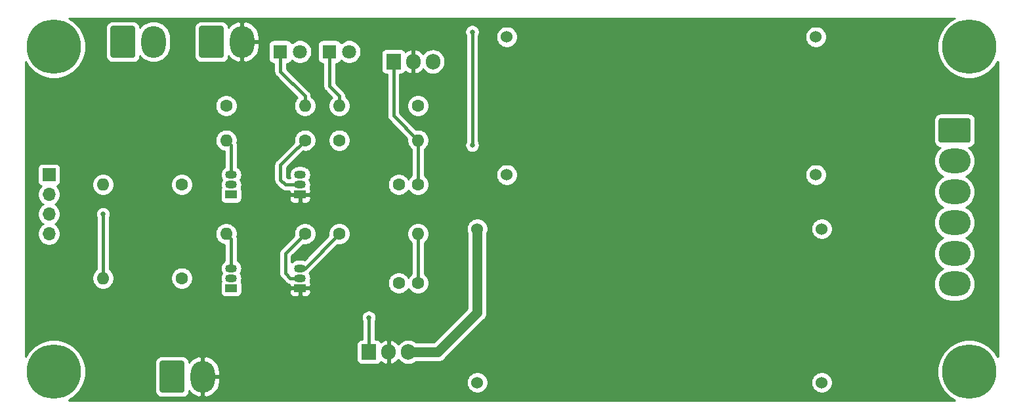
<source format=gbr>
%TF.GenerationSoftware,KiCad,Pcbnew,5.1.6-c6e7f7d~87~ubuntu20.04.1*%
%TF.CreationDate,2020-08-14T15:03:36-04:00*%
%TF.ProjectId,psu,7073752e-6b69-4636-9164-5f7063625858,rev?*%
%TF.SameCoordinates,Original*%
%TF.FileFunction,Copper,L2,Bot*%
%TF.FilePolarity,Positive*%
%FSLAX46Y46*%
G04 Gerber Fmt 4.6, Leading zero omitted, Abs format (unit mm)*
G04 Created by KiCad (PCBNEW 5.1.6-c6e7f7d~87~ubuntu20.04.1) date 2020-08-14 15:03:36*
%MOMM*%
%LPD*%
G01*
G04 APERTURE LIST*
%TA.AperFunction,ComponentPad*%
%ADD10O,1.600000X1.600000*%
%TD*%
%TA.AperFunction,ComponentPad*%
%ADD11C,1.600000*%
%TD*%
%TA.AperFunction,ComponentPad*%
%ADD12C,7.000000*%
%TD*%
%TA.AperFunction,ComponentPad*%
%ADD13R,1.800000X1.800000*%
%TD*%
%TA.AperFunction,ComponentPad*%
%ADD14C,1.800000*%
%TD*%
%TA.AperFunction,ComponentPad*%
%ADD15O,3.160000X4.100000*%
%TD*%
%TA.AperFunction,ComponentPad*%
%ADD16R,1.700000X1.700000*%
%TD*%
%TA.AperFunction,ComponentPad*%
%ADD17O,1.700000X1.700000*%
%TD*%
%TA.AperFunction,ComponentPad*%
%ADD18O,4.100000X3.160000*%
%TD*%
%TA.AperFunction,ComponentPad*%
%ADD19R,1.500000X1.050000*%
%TD*%
%TA.AperFunction,ComponentPad*%
%ADD20O,1.500000X1.050000*%
%TD*%
%TA.AperFunction,ComponentPad*%
%ADD21R,1.905000X2.000000*%
%TD*%
%TA.AperFunction,ComponentPad*%
%ADD22O,1.905000X2.000000*%
%TD*%
%TA.AperFunction,ComponentPad*%
%ADD23C,1.524000*%
%TD*%
%TA.AperFunction,ViaPad*%
%ADD24C,0.635000*%
%TD*%
%TA.AperFunction,Conductor*%
%ADD25C,0.381000*%
%TD*%
%TA.AperFunction,Conductor*%
%ADD26C,1.270000*%
%TD*%
%TA.AperFunction,Conductor*%
%ADD27C,0.254000*%
%TD*%
G04 APERTURE END LIST*
D10*
%TO.P,R7,2*%
%TO.N,Net-(D1-Pad1)*%
X102870000Y-88265000D03*
D11*
%TO.P,R7,1*%
%TO.N,GND*%
X92710000Y-88265000D03*
%TD*%
D10*
%TO.P,R8,2*%
%TO.N,Net-(D2-Pad1)*%
X107315000Y-88265000D03*
D11*
%TO.P,R8,1*%
%TO.N,GND*%
X117475000Y-88265000D03*
%TD*%
D12*
%TO.P,REF\u002A\u002A,1*%
%TO.N,N/C*%
X70485000Y-80645000D03*
%TD*%
%TO.P,REF\u002A\u002A,1*%
%TO.N,N/C*%
X70485000Y-122555000D03*
%TD*%
%TO.P,REF\u002A\u002A,1*%
%TO.N,N/C*%
X188595000Y-122555000D03*
%TD*%
%TO.P,REF\u002A\u002A,1*%
%TO.N,N/C*%
X188595000Y-80645000D03*
%TD*%
D11*
%TO.P,C1,2*%
%TO.N,GND*%
X114975000Y-98425000D03*
%TO.P,C1,1*%
%TO.N,Net-(C1-Pad1)*%
X117475000Y-98425000D03*
%TD*%
%TO.P,C2,1*%
%TO.N,Net-(C2-Pad1)*%
X117475000Y-111125000D03*
%TO.P,C2,2*%
%TO.N,GND*%
X114975000Y-111125000D03*
%TD*%
D13*
%TO.P,D1,1*%
%TO.N,Net-(D1-Pad1)*%
X99695000Y-81280000D03*
D14*
%TO.P,D1,2*%
%TO.N,Net-(D1-Pad2)*%
X102235000Y-81280000D03*
%TD*%
%TO.P,D2,2*%
%TO.N,Net-(D2-Pad2)*%
X108585000Y-81280000D03*
D13*
%TO.P,D2,1*%
%TO.N,Net-(D2-Pad1)*%
X106045000Y-81280000D03*
%TD*%
%TO.P,J1,1*%
%TO.N,Net-(J1-Pad1)*%
%TA.AperFunction,ComponentPad*%
G36*
G01*
X77795000Y-81810000D02*
X77795000Y-78210000D01*
G75*
G02*
X78045000Y-77960000I250000J0D01*
G01*
X80705000Y-77960000D01*
G75*
G02*
X80955000Y-78210000I0J-250000D01*
G01*
X80955000Y-81810000D01*
G75*
G02*
X80705000Y-82060000I-250000J0D01*
G01*
X78045000Y-82060000D01*
G75*
G02*
X77795000Y-81810000I0J250000D01*
G01*
G37*
%TD.AperFunction*%
D15*
%TO.P,J1,2*%
%TO.N,GND*%
X83335000Y-80010000D03*
%TD*%
D16*
%TO.P,J2,1*%
%TO.N,Net-(J2-Pad1)*%
X69850000Y-97155000D03*
D17*
%TO.P,J2,2*%
%TO.N,Net-(J2-Pad2)*%
X69850000Y-99695000D03*
%TO.P,J2,3*%
%TO.N,GND*%
X69850000Y-102235000D03*
%TO.P,J2,4*%
X69850000Y-104775000D03*
%TD*%
%TO.P,J3,1*%
%TO.N,Net-(J3-Pad1)*%
%TA.AperFunction,ComponentPad*%
G36*
G01*
X184890000Y-89860000D02*
X188490000Y-89860000D01*
G75*
G02*
X188740000Y-90110000I0J-250000D01*
G01*
X188740000Y-92770000D01*
G75*
G02*
X188490000Y-93020000I-250000J0D01*
G01*
X184890000Y-93020000D01*
G75*
G02*
X184640000Y-92770000I0J250000D01*
G01*
X184640000Y-90110000D01*
G75*
G02*
X184890000Y-89860000I250000J0D01*
G01*
G37*
%TD.AperFunction*%
D18*
%TO.P,J3,2*%
%TO.N,GND*%
X186690000Y-95400000D03*
%TO.P,J3,3*%
%TO.N,Net-(J3-Pad3)*%
X186690000Y-99360000D03*
%TO.P,J3,4*%
%TO.N,GND*%
X186690000Y-103320000D03*
%TO.P,J3,5*%
%TO.N,Net-(J3-Pad5)*%
X186690000Y-107280000D03*
%TO.P,J3,6*%
%TO.N,GND*%
X186690000Y-111240000D03*
%TD*%
D19*
%TO.P,Q1,1*%
%TO.N,GND*%
X93345000Y-99695000D03*
D20*
%TO.P,Q1,3*%
%TO.N,Net-(Q1-Pad3)*%
X93345000Y-97155000D03*
%TO.P,Q1,2*%
%TO.N,Net-(Q1-Pad2)*%
X93345000Y-98425000D03*
%TD*%
D19*
%TO.P,Q2,1*%
%TO.N,GND*%
X93345000Y-111760000D03*
D20*
%TO.P,Q2,3*%
%TO.N,Net-(Q2-Pad3)*%
X93345000Y-109220000D03*
%TO.P,Q2,2*%
%TO.N,Net-(Q2-Pad2)*%
X93345000Y-110490000D03*
%TD*%
%TO.P,Q3,2*%
%TO.N,Net-(Q3-Pad2)*%
X102235000Y-98425000D03*
%TO.P,Q3,3*%
%TO.N,Net-(Q3-Pad3)*%
X102235000Y-97155000D03*
D19*
%TO.P,Q3,1*%
%TO.N,+9V*%
X102235000Y-99695000D03*
%TD*%
D20*
%TO.P,Q4,2*%
%TO.N,Net-(Q4-Pad2)*%
X102235000Y-110490000D03*
%TO.P,Q4,3*%
%TO.N,Net-(Q4-Pad3)*%
X102235000Y-109220000D03*
D19*
%TO.P,Q4,1*%
%TO.N,+9V*%
X102235000Y-111760000D03*
%TD*%
D21*
%TO.P,Q5,1*%
%TO.N,Net-(C1-Pad1)*%
X114300000Y-82550000D03*
D22*
%TO.P,Q5,2*%
%TO.N,+9V*%
X116840000Y-82550000D03*
%TO.P,Q5,3*%
%TO.N,Net-(D1-Pad2)*%
X119380000Y-82550000D03*
%TD*%
%TO.P,Q6,3*%
%TO.N,Net-(D2-Pad2)*%
X116205000Y-120015000D03*
%TO.P,Q6,2*%
%TO.N,+9V*%
X113665000Y-120015000D03*
D21*
%TO.P,Q6,1*%
%TO.N,Net-(C2-Pad1)*%
X111125000Y-120015000D03*
%TD*%
D11*
%TO.P,R1,1*%
%TO.N,Net-(Q1-Pad2)*%
X86995000Y-98425000D03*
D10*
%TO.P,R1,2*%
%TO.N,Net-(J2-Pad1)*%
X76835000Y-98425000D03*
%TD*%
%TO.P,R2,2*%
%TO.N,Net-(J2-Pad2)*%
X76835000Y-110490000D03*
D11*
%TO.P,R2,1*%
%TO.N,Net-(Q2-Pad2)*%
X86995000Y-110490000D03*
%TD*%
D10*
%TO.P,R3,2*%
%TO.N,Net-(Q1-Pad3)*%
X92710000Y-92710000D03*
D11*
%TO.P,R3,1*%
%TO.N,Net-(Q3-Pad2)*%
X102870000Y-92710000D03*
%TD*%
%TO.P,R4,1*%
%TO.N,Net-(Q4-Pad2)*%
X102870000Y-104775000D03*
D10*
%TO.P,R4,2*%
%TO.N,Net-(Q2-Pad3)*%
X92710000Y-104775000D03*
%TD*%
D11*
%TO.P,R5,1*%
%TO.N,Net-(Q3-Pad3)*%
X107315000Y-92710000D03*
D10*
%TO.P,R5,2*%
%TO.N,Net-(C1-Pad1)*%
X117475000Y-92710000D03*
%TD*%
%TO.P,R6,2*%
%TO.N,Net-(C2-Pad1)*%
X117475000Y-104775000D03*
D11*
%TO.P,R6,1*%
%TO.N,Net-(Q4-Pad3)*%
X107315000Y-104775000D03*
%TD*%
D15*
%TO.P,SW1,2*%
%TO.N,+9V*%
X94765000Y-80010000D03*
%TO.P,SW1,1*%
%TO.N,Net-(J1-Pad1)*%
%TA.AperFunction,ComponentPad*%
G36*
G01*
X89225000Y-81810000D02*
X89225000Y-78210000D01*
G75*
G02*
X89475000Y-77960000I250000J0D01*
G01*
X92135000Y-77960000D01*
G75*
G02*
X92385000Y-78210000I0J-250000D01*
G01*
X92385000Y-81810000D01*
G75*
G02*
X92135000Y-82060000I-250000J0D01*
G01*
X89475000Y-82060000D01*
G75*
G02*
X89225000Y-81810000I0J250000D01*
G01*
G37*
%TD.AperFunction*%
%TD*%
D23*
%TO.P,U1,1*%
%TO.N,Net-(D1-Pad2)*%
X128905000Y-79375000D03*
%TO.P,U1,2*%
%TO.N,GND*%
X128905000Y-97155000D03*
%TO.P,U1,3*%
%TO.N,Net-(J3-Pad3)*%
X168783000Y-79375000D03*
%TO.P,U1,4*%
%TO.N,GND*%
X168783000Y-97155000D03*
%TD*%
%TO.P,U2,1*%
%TO.N,Net-(D2-Pad2)*%
X125095000Y-104140000D03*
%TO.P,U2,2*%
%TO.N,GND*%
X125095000Y-123952000D03*
%TO.P,U2,3*%
%TO.N,Net-(J3-Pad5)*%
X169545000Y-104140000D03*
%TO.P,U2,4*%
%TO.N,GND*%
X169545000Y-123952000D03*
%TD*%
%TO.P,J4,1*%
%TO.N,GND*%
%TA.AperFunction,ComponentPad*%
G36*
G01*
X84145000Y-124990000D02*
X84145000Y-121390000D01*
G75*
G02*
X84395000Y-121140000I250000J0D01*
G01*
X87055000Y-121140000D01*
G75*
G02*
X87305000Y-121390000I0J-250000D01*
G01*
X87305000Y-124990000D01*
G75*
G02*
X87055000Y-125240000I-250000J0D01*
G01*
X84395000Y-125240000D01*
G75*
G02*
X84145000Y-124990000I0J250000D01*
G01*
G37*
%TD.AperFunction*%
D15*
%TO.P,J4,2*%
%TO.N,+9V*%
X89685000Y-123190000D03*
%TD*%
D24*
%TO.N,Net-(C2-Pad1)*%
X111125000Y-115570000D03*
%TO.N,Net-(D2-Pad2)*%
X124460000Y-78740000D03*
X124460000Y-93345000D03*
%TO.N,Net-(J2-Pad2)*%
X76835000Y-102235000D03*
%TD*%
D25*
%TO.N,Net-(C1-Pad1)*%
X117475000Y-92710000D02*
X114300000Y-89535000D01*
X114300000Y-89535000D02*
X114300000Y-82550000D01*
X117475000Y-92710000D02*
X117475000Y-98425000D01*
%TO.N,Net-(C2-Pad1)*%
X117475000Y-104775000D02*
X117475000Y-111125000D01*
X111125000Y-115570000D02*
X111125000Y-120015000D01*
%TO.N,Net-(D1-Pad1)*%
X102870000Y-88265000D02*
X102870000Y-86995000D01*
X99695000Y-83820000D02*
X99695000Y-81280000D01*
X102870000Y-86995000D02*
X99695000Y-83820000D01*
D26*
%TO.N,Net-(D2-Pad2)*%
X120015000Y-120015000D02*
X125095000Y-114935000D01*
X125095000Y-114935000D02*
X125095000Y-104140000D01*
X116205000Y-120015000D02*
X120015000Y-120015000D01*
D25*
X124460000Y-78740000D02*
X124460000Y-93345000D01*
%TO.N,Net-(D2-Pad1)*%
X107315000Y-88265000D02*
X107315000Y-86995000D01*
X106045000Y-85725000D02*
X106045000Y-81280000D01*
X107315000Y-86995000D02*
X106045000Y-85725000D01*
%TO.N,Net-(J2-Pad2)*%
X76835000Y-102235000D02*
X76835000Y-110490000D01*
%TO.N,Net-(Q1-Pad3)*%
X93345000Y-93345000D02*
X92710000Y-92710000D01*
X93345000Y-97155000D02*
X93345000Y-93345000D01*
%TO.N,Net-(Q2-Pad3)*%
X93345000Y-105410000D02*
X92710000Y-104775000D01*
X93345000Y-109220000D02*
X93345000Y-105410000D01*
%TO.N,Net-(Q3-Pad2)*%
X102235000Y-98425000D02*
X100330000Y-98425000D01*
X100330000Y-98425000D02*
X99695000Y-97790000D01*
X99695000Y-97790000D02*
X99695000Y-95885000D01*
X99695000Y-95885000D02*
X100965000Y-94615000D01*
X100965000Y-94615000D02*
X102870000Y-92710000D01*
%TO.N,+9V*%
X102235000Y-99695000D02*
X102235000Y-100330000D01*
%TO.N,Net-(Q4-Pad2)*%
X102870000Y-104775000D02*
X100330000Y-107315000D01*
X100330000Y-107315000D02*
X100330000Y-109855000D01*
X100965000Y-110490000D02*
X102235000Y-110490000D01*
X100330000Y-109855000D02*
X100965000Y-110490000D01*
%TO.N,Net-(Q4-Pad3)*%
X102870000Y-109220000D02*
X107315000Y-104775000D01*
X102235000Y-109220000D02*
X102870000Y-109220000D01*
%TD*%
D27*
%TO.N,+9V*%
G36*
X186636343Y-76980611D02*
G01*
X185959091Y-77433136D01*
X185383136Y-78009091D01*
X184930611Y-78686343D01*
X184618906Y-79438865D01*
X184460000Y-80237738D01*
X184460000Y-81052262D01*
X184618906Y-81851135D01*
X184930611Y-82603657D01*
X185383136Y-83280909D01*
X185959091Y-83856864D01*
X186636343Y-84309389D01*
X187388865Y-84621094D01*
X188187738Y-84780000D01*
X189002262Y-84780000D01*
X189801135Y-84621094D01*
X190553657Y-84309389D01*
X191230909Y-83856864D01*
X191806864Y-83280909D01*
X192259389Y-82603657D01*
X192278000Y-82558726D01*
X192278000Y-120641274D01*
X192259389Y-120596343D01*
X191806864Y-119919091D01*
X191230909Y-119343136D01*
X190553657Y-118890611D01*
X189801135Y-118578906D01*
X189002262Y-118420000D01*
X188187738Y-118420000D01*
X187388865Y-118578906D01*
X186636343Y-118890611D01*
X185959091Y-119343136D01*
X185383136Y-119919091D01*
X184930611Y-120596343D01*
X184618906Y-121348865D01*
X184460000Y-122147738D01*
X184460000Y-122962262D01*
X184618906Y-123761135D01*
X184930611Y-124513657D01*
X185383136Y-125190909D01*
X185959091Y-125766864D01*
X186636343Y-126219389D01*
X186681274Y-126238000D01*
X72398726Y-126238000D01*
X72443657Y-126219389D01*
X73120909Y-125766864D01*
X73696864Y-125190909D01*
X74149389Y-124513657D01*
X74461094Y-123761135D01*
X74620000Y-122962262D01*
X74620000Y-122147738D01*
X74469277Y-121390000D01*
X83506928Y-121390000D01*
X83506928Y-124990000D01*
X83523992Y-125163254D01*
X83574528Y-125329850D01*
X83656595Y-125483386D01*
X83767038Y-125617962D01*
X83901614Y-125728405D01*
X84055150Y-125810472D01*
X84221746Y-125861008D01*
X84395000Y-125878072D01*
X87055000Y-125878072D01*
X87228254Y-125861008D01*
X87394850Y-125810472D01*
X87548386Y-125728405D01*
X87682962Y-125617962D01*
X87793405Y-125483386D01*
X87875472Y-125329850D01*
X87926008Y-125163254D01*
X87939700Y-125024238D01*
X88208562Y-125316044D01*
X88560009Y-125572262D01*
X88954689Y-125754993D01*
X89213631Y-125824263D01*
X89558000Y-125712324D01*
X89558000Y-123317000D01*
X89812000Y-123317000D01*
X89812000Y-125712324D01*
X90156369Y-125824263D01*
X90415311Y-125754993D01*
X90809991Y-125572262D01*
X91161438Y-125316044D01*
X91456147Y-124996185D01*
X91682792Y-124624977D01*
X91832663Y-124216685D01*
X91895704Y-123814408D01*
X123698000Y-123814408D01*
X123698000Y-124089592D01*
X123751686Y-124359490D01*
X123856995Y-124613727D01*
X124009880Y-124842535D01*
X124204465Y-125037120D01*
X124433273Y-125190005D01*
X124687510Y-125295314D01*
X124957408Y-125349000D01*
X125232592Y-125349000D01*
X125502490Y-125295314D01*
X125756727Y-125190005D01*
X125985535Y-125037120D01*
X126180120Y-124842535D01*
X126333005Y-124613727D01*
X126438314Y-124359490D01*
X126492000Y-124089592D01*
X126492000Y-123814408D01*
X168148000Y-123814408D01*
X168148000Y-124089592D01*
X168201686Y-124359490D01*
X168306995Y-124613727D01*
X168459880Y-124842535D01*
X168654465Y-125037120D01*
X168883273Y-125190005D01*
X169137510Y-125295314D01*
X169407408Y-125349000D01*
X169682592Y-125349000D01*
X169952490Y-125295314D01*
X170206727Y-125190005D01*
X170435535Y-125037120D01*
X170630120Y-124842535D01*
X170783005Y-124613727D01*
X170888314Y-124359490D01*
X170942000Y-124089592D01*
X170942000Y-123814408D01*
X170888314Y-123544510D01*
X170783005Y-123290273D01*
X170630120Y-123061465D01*
X170435535Y-122866880D01*
X170206727Y-122713995D01*
X169952490Y-122608686D01*
X169682592Y-122555000D01*
X169407408Y-122555000D01*
X169137510Y-122608686D01*
X168883273Y-122713995D01*
X168654465Y-122866880D01*
X168459880Y-123061465D01*
X168306995Y-123290273D01*
X168201686Y-123544510D01*
X168148000Y-123814408D01*
X126492000Y-123814408D01*
X126438314Y-123544510D01*
X126333005Y-123290273D01*
X126180120Y-123061465D01*
X125985535Y-122866880D01*
X125756727Y-122713995D01*
X125502490Y-122608686D01*
X125232592Y-122555000D01*
X124957408Y-122555000D01*
X124687510Y-122608686D01*
X124433273Y-122713995D01*
X124204465Y-122866880D01*
X124009880Y-123061465D01*
X123856995Y-123290273D01*
X123751686Y-123544510D01*
X123698000Y-123814408D01*
X91895704Y-123814408D01*
X91900000Y-123787000D01*
X91900000Y-123317000D01*
X89812000Y-123317000D01*
X89558000Y-123317000D01*
X89538000Y-123317000D01*
X89538000Y-123063000D01*
X89558000Y-123063000D01*
X89558000Y-120667676D01*
X89812000Y-120667676D01*
X89812000Y-123063000D01*
X91900000Y-123063000D01*
X91900000Y-122593000D01*
X91832663Y-122163315D01*
X91682792Y-121755023D01*
X91456147Y-121383815D01*
X91161438Y-121063956D01*
X90809991Y-120807738D01*
X90415311Y-120625007D01*
X90156369Y-120555737D01*
X89812000Y-120667676D01*
X89558000Y-120667676D01*
X89213631Y-120555737D01*
X88954689Y-120625007D01*
X88560009Y-120807738D01*
X88208562Y-121063956D01*
X87939700Y-121355762D01*
X87926008Y-121216746D01*
X87875472Y-121050150D01*
X87793405Y-120896614D01*
X87682962Y-120762038D01*
X87548386Y-120651595D01*
X87394850Y-120569528D01*
X87228254Y-120518992D01*
X87055000Y-120501928D01*
X84395000Y-120501928D01*
X84221746Y-120518992D01*
X84055150Y-120569528D01*
X83901614Y-120651595D01*
X83767038Y-120762038D01*
X83656595Y-120896614D01*
X83574528Y-121050150D01*
X83523992Y-121216746D01*
X83506928Y-121390000D01*
X74469277Y-121390000D01*
X74461094Y-121348865D01*
X74149389Y-120596343D01*
X73696864Y-119919091D01*
X73120909Y-119343136D01*
X72629819Y-119015000D01*
X109534428Y-119015000D01*
X109534428Y-121015000D01*
X109546688Y-121139482D01*
X109582998Y-121259180D01*
X109641963Y-121369494D01*
X109721315Y-121466185D01*
X109818006Y-121545537D01*
X109928320Y-121604502D01*
X110048018Y-121640812D01*
X110172500Y-121653072D01*
X112077500Y-121653072D01*
X112201982Y-121640812D01*
X112321680Y-121604502D01*
X112431994Y-121545537D01*
X112528685Y-121466185D01*
X112608037Y-121369494D01*
X112657059Y-121277781D01*
X112798077Y-121390969D01*
X113073906Y-121534571D01*
X113292020Y-121605563D01*
X113538000Y-121485594D01*
X113538000Y-120142000D01*
X113518000Y-120142000D01*
X113518000Y-119888000D01*
X113538000Y-119888000D01*
X113538000Y-118544406D01*
X113792000Y-118544406D01*
X113792000Y-119888000D01*
X113812000Y-119888000D01*
X113812000Y-120142000D01*
X113792000Y-120142000D01*
X113792000Y-121485594D01*
X114037980Y-121605563D01*
X114256094Y-121534571D01*
X114531923Y-121390969D01*
X114774437Y-121196315D01*
X114929837Y-121011101D01*
X115077037Y-121190463D01*
X115318766Y-121388845D01*
X115594552Y-121536255D01*
X115893797Y-121627030D01*
X116205000Y-121657681D01*
X116516204Y-121627030D01*
X116815449Y-121536255D01*
X117091235Y-121388845D01*
X117217770Y-121285000D01*
X119952627Y-121285000D01*
X120015000Y-121291143D01*
X120077373Y-121285000D01*
X120077380Y-121285000D01*
X120263963Y-121266623D01*
X120503359Y-121194003D01*
X120723988Y-121076075D01*
X120917370Y-120917370D01*
X120957141Y-120868909D01*
X125948921Y-115877131D01*
X125997370Y-115837370D01*
X126037132Y-115788920D01*
X126037135Y-115788917D01*
X126078171Y-115738914D01*
X126156075Y-115643988D01*
X126274003Y-115423359D01*
X126346623Y-115183963D01*
X126365000Y-114997380D01*
X126365000Y-114997373D01*
X126371143Y-114935000D01*
X126365000Y-114872627D01*
X126365000Y-104724485D01*
X126438314Y-104547490D01*
X126492000Y-104277592D01*
X126492000Y-104002408D01*
X168148000Y-104002408D01*
X168148000Y-104277592D01*
X168201686Y-104547490D01*
X168306995Y-104801727D01*
X168459880Y-105030535D01*
X168654465Y-105225120D01*
X168883273Y-105378005D01*
X169137510Y-105483314D01*
X169407408Y-105537000D01*
X169682592Y-105537000D01*
X169952490Y-105483314D01*
X170206727Y-105378005D01*
X170435535Y-105225120D01*
X170630120Y-105030535D01*
X170783005Y-104801727D01*
X170888314Y-104547490D01*
X170942000Y-104277592D01*
X170942000Y-104002408D01*
X170888314Y-103732510D01*
X170783005Y-103478273D01*
X170630120Y-103249465D01*
X170435535Y-103054880D01*
X170206727Y-102901995D01*
X169952490Y-102796686D01*
X169682592Y-102743000D01*
X169407408Y-102743000D01*
X169137510Y-102796686D01*
X168883273Y-102901995D01*
X168654465Y-103054880D01*
X168459880Y-103249465D01*
X168306995Y-103478273D01*
X168201686Y-103732510D01*
X168148000Y-104002408D01*
X126492000Y-104002408D01*
X126438314Y-103732510D01*
X126333005Y-103478273D01*
X126180120Y-103249465D01*
X125985535Y-103054880D01*
X125756727Y-102901995D01*
X125502490Y-102796686D01*
X125232592Y-102743000D01*
X124957408Y-102743000D01*
X124687510Y-102796686D01*
X124433273Y-102901995D01*
X124204465Y-103054880D01*
X124009880Y-103249465D01*
X123856995Y-103478273D01*
X123751686Y-103732510D01*
X123698000Y-104002408D01*
X123698000Y-104277592D01*
X123751686Y-104547490D01*
X123825001Y-104724487D01*
X123825000Y-114408948D01*
X119488950Y-118745000D01*
X117217769Y-118745000D01*
X117091234Y-118641155D01*
X116815448Y-118493745D01*
X116516203Y-118402970D01*
X116205000Y-118372319D01*
X115893796Y-118402970D01*
X115594551Y-118493745D01*
X115318765Y-118641155D01*
X115077037Y-118839537D01*
X114929838Y-119018900D01*
X114774437Y-118833685D01*
X114531923Y-118639031D01*
X114256094Y-118495429D01*
X114037980Y-118424437D01*
X113792000Y-118544406D01*
X113538000Y-118544406D01*
X113292020Y-118424437D01*
X113073906Y-118495429D01*
X112798077Y-118639031D01*
X112657059Y-118752219D01*
X112608037Y-118660506D01*
X112528685Y-118563815D01*
X112431994Y-118484463D01*
X112321680Y-118425498D01*
X112201982Y-118389188D01*
X112077500Y-118376928D01*
X111950500Y-118376928D01*
X111950500Y-116049007D01*
X111969095Y-116021178D01*
X112040896Y-115847834D01*
X112077500Y-115663813D01*
X112077500Y-115476187D01*
X112040896Y-115292166D01*
X111969095Y-115118822D01*
X111864855Y-114962816D01*
X111732184Y-114830145D01*
X111576178Y-114725905D01*
X111402834Y-114654104D01*
X111218813Y-114617500D01*
X111031187Y-114617500D01*
X110847166Y-114654104D01*
X110673822Y-114725905D01*
X110517816Y-114830145D01*
X110385145Y-114962816D01*
X110280905Y-115118822D01*
X110209104Y-115292166D01*
X110172500Y-115476187D01*
X110172500Y-115663813D01*
X110209104Y-115847834D01*
X110280905Y-116021178D01*
X110299500Y-116049008D01*
X110299501Y-118376928D01*
X110172500Y-118376928D01*
X110048018Y-118389188D01*
X109928320Y-118425498D01*
X109818006Y-118484463D01*
X109721315Y-118563815D01*
X109641963Y-118660506D01*
X109582998Y-118770820D01*
X109546688Y-118890518D01*
X109534428Y-119015000D01*
X72629819Y-119015000D01*
X72443657Y-118890611D01*
X71691135Y-118578906D01*
X70892262Y-118420000D01*
X70077738Y-118420000D01*
X69278865Y-118578906D01*
X68526343Y-118890611D01*
X67849091Y-119343136D01*
X67273136Y-119919091D01*
X66820611Y-120596343D01*
X66802000Y-120641274D01*
X66802000Y-110348665D01*
X75400000Y-110348665D01*
X75400000Y-110631335D01*
X75455147Y-110908574D01*
X75563320Y-111169727D01*
X75720363Y-111404759D01*
X75920241Y-111604637D01*
X76155273Y-111761680D01*
X76416426Y-111869853D01*
X76693665Y-111925000D01*
X76976335Y-111925000D01*
X77253574Y-111869853D01*
X77514727Y-111761680D01*
X77749759Y-111604637D01*
X77949637Y-111404759D01*
X78106680Y-111169727D01*
X78214853Y-110908574D01*
X78270000Y-110631335D01*
X78270000Y-110348665D01*
X85560000Y-110348665D01*
X85560000Y-110631335D01*
X85615147Y-110908574D01*
X85723320Y-111169727D01*
X85880363Y-111404759D01*
X86080241Y-111604637D01*
X86315273Y-111761680D01*
X86576426Y-111869853D01*
X86853665Y-111925000D01*
X87136335Y-111925000D01*
X87413574Y-111869853D01*
X87674727Y-111761680D01*
X87909759Y-111604637D01*
X88109637Y-111404759D01*
X88266680Y-111169727D01*
X88374853Y-110908574D01*
X88430000Y-110631335D01*
X88430000Y-110348665D01*
X88374853Y-110071426D01*
X88266680Y-109810273D01*
X88109637Y-109575241D01*
X87909759Y-109375363D01*
X87674727Y-109218320D01*
X87413574Y-109110147D01*
X87136335Y-109055000D01*
X86853665Y-109055000D01*
X86576426Y-109110147D01*
X86315273Y-109218320D01*
X86080241Y-109375363D01*
X85880363Y-109575241D01*
X85723320Y-109810273D01*
X85615147Y-110071426D01*
X85560000Y-110348665D01*
X78270000Y-110348665D01*
X78214853Y-110071426D01*
X78106680Y-109810273D01*
X77949637Y-109575241D01*
X77749759Y-109375363D01*
X77660500Y-109315722D01*
X77660500Y-104633665D01*
X91275000Y-104633665D01*
X91275000Y-104916335D01*
X91330147Y-105193574D01*
X91438320Y-105454727D01*
X91595363Y-105689759D01*
X91795241Y-105889637D01*
X92030273Y-106046680D01*
X92291426Y-106154853D01*
X92519501Y-106200220D01*
X92519500Y-108225665D01*
X92472421Y-108250829D01*
X92295788Y-108395788D01*
X92150829Y-108572421D01*
X92043115Y-108773940D01*
X91976785Y-108992600D01*
X91954388Y-109220000D01*
X91976785Y-109447400D01*
X92043115Y-109666060D01*
X92144105Y-109855000D01*
X92043115Y-110043940D01*
X91976785Y-110262600D01*
X91954388Y-110490000D01*
X91976785Y-110717400D01*
X92040093Y-110926098D01*
X92005498Y-110990820D01*
X91969188Y-111110518D01*
X91956928Y-111235000D01*
X91956928Y-112285000D01*
X91969188Y-112409482D01*
X92005498Y-112529180D01*
X92064463Y-112639494D01*
X92143815Y-112736185D01*
X92240506Y-112815537D01*
X92350820Y-112874502D01*
X92470518Y-112910812D01*
X92595000Y-112923072D01*
X94095000Y-112923072D01*
X94219482Y-112910812D01*
X94339180Y-112874502D01*
X94449494Y-112815537D01*
X94546185Y-112736185D01*
X94625537Y-112639494D01*
X94684502Y-112529180D01*
X94720812Y-112409482D01*
X94733072Y-112285000D01*
X100846928Y-112285000D01*
X100859188Y-112409482D01*
X100895498Y-112529180D01*
X100954463Y-112639494D01*
X101033815Y-112736185D01*
X101130506Y-112815537D01*
X101240820Y-112874502D01*
X101360518Y-112910812D01*
X101485000Y-112923072D01*
X101949250Y-112920000D01*
X102108000Y-112761250D01*
X102108000Y-111887000D01*
X102362000Y-111887000D01*
X102362000Y-112761250D01*
X102520750Y-112920000D01*
X102985000Y-112923072D01*
X103109482Y-112910812D01*
X103229180Y-112874502D01*
X103339494Y-112815537D01*
X103436185Y-112736185D01*
X103515537Y-112639494D01*
X103574502Y-112529180D01*
X103610812Y-112409482D01*
X103623072Y-112285000D01*
X103620000Y-112045750D01*
X103461250Y-111887000D01*
X102362000Y-111887000D01*
X102108000Y-111887000D01*
X101008750Y-111887000D01*
X100850000Y-112045750D01*
X100846928Y-112285000D01*
X94733072Y-112285000D01*
X94733072Y-111235000D01*
X94720812Y-111110518D01*
X94684502Y-110990820D01*
X94649907Y-110926098D01*
X94713215Y-110717400D01*
X94735612Y-110490000D01*
X94713215Y-110262600D01*
X94646885Y-110043940D01*
X94545895Y-109855000D01*
X94646885Y-109666060D01*
X94713215Y-109447400D01*
X94735612Y-109220000D01*
X94713215Y-108992600D01*
X94646885Y-108773940D01*
X94539171Y-108572421D01*
X94394212Y-108395788D01*
X94217579Y-108250829D01*
X94170500Y-108225665D01*
X94170500Y-107315000D01*
X99500506Y-107315000D01*
X99504500Y-107355551D01*
X99504501Y-109814440D01*
X99500506Y-109855000D01*
X99516445Y-110016826D01*
X99563647Y-110172433D01*
X99640301Y-110315842D01*
X99701863Y-110390854D01*
X99743460Y-110441541D01*
X99774961Y-110467393D01*
X100352610Y-111045044D01*
X100378459Y-111076541D01*
X100409955Y-111102389D01*
X100409958Y-111102392D01*
X100504157Y-111179699D01*
X100616972Y-111240000D01*
X100647566Y-111256353D01*
X100803174Y-111303556D01*
X100847865Y-111307958D01*
X100850000Y-111474250D01*
X101008750Y-111633000D01*
X101781891Y-111633000D01*
X101782600Y-111633215D01*
X101953021Y-111650000D01*
X102516979Y-111650000D01*
X102687400Y-111633215D01*
X102688109Y-111633000D01*
X103461250Y-111633000D01*
X103620000Y-111474250D01*
X103623072Y-111235000D01*
X103610812Y-111110518D01*
X103574502Y-110990820D01*
X103570678Y-110983665D01*
X113540000Y-110983665D01*
X113540000Y-111266335D01*
X113595147Y-111543574D01*
X113703320Y-111804727D01*
X113860363Y-112039759D01*
X114060241Y-112239637D01*
X114295273Y-112396680D01*
X114556426Y-112504853D01*
X114833665Y-112560000D01*
X115116335Y-112560000D01*
X115393574Y-112504853D01*
X115654727Y-112396680D01*
X115889759Y-112239637D01*
X116089637Y-112039759D01*
X116225000Y-111837173D01*
X116360363Y-112039759D01*
X116560241Y-112239637D01*
X116795273Y-112396680D01*
X117056426Y-112504853D01*
X117333665Y-112560000D01*
X117616335Y-112560000D01*
X117893574Y-112504853D01*
X118154727Y-112396680D01*
X118389759Y-112239637D01*
X118589637Y-112039759D01*
X118746680Y-111804727D01*
X118854853Y-111543574D01*
X118910000Y-111266335D01*
X118910000Y-110983665D01*
X118854853Y-110706426D01*
X118746680Y-110445273D01*
X118589637Y-110210241D01*
X118389759Y-110010363D01*
X118300500Y-109950722D01*
X118300500Y-105949278D01*
X118389759Y-105889637D01*
X118589637Y-105689759D01*
X118746680Y-105454727D01*
X118854853Y-105193574D01*
X118910000Y-104916335D01*
X118910000Y-104633665D01*
X118854853Y-104356426D01*
X118746680Y-104095273D01*
X118589637Y-103860241D01*
X118389759Y-103660363D01*
X118154727Y-103503320D01*
X117893574Y-103395147D01*
X117616335Y-103340000D01*
X117333665Y-103340000D01*
X117056426Y-103395147D01*
X116795273Y-103503320D01*
X116560241Y-103660363D01*
X116360363Y-103860241D01*
X116203320Y-104095273D01*
X116095147Y-104356426D01*
X116040000Y-104633665D01*
X116040000Y-104916335D01*
X116095147Y-105193574D01*
X116203320Y-105454727D01*
X116360363Y-105689759D01*
X116560241Y-105889637D01*
X116649500Y-105949278D01*
X116649501Y-109950722D01*
X116560241Y-110010363D01*
X116360363Y-110210241D01*
X116225000Y-110412827D01*
X116089637Y-110210241D01*
X115889759Y-110010363D01*
X115654727Y-109853320D01*
X115393574Y-109745147D01*
X115116335Y-109690000D01*
X114833665Y-109690000D01*
X114556426Y-109745147D01*
X114295273Y-109853320D01*
X114060241Y-110010363D01*
X113860363Y-110210241D01*
X113703320Y-110445273D01*
X113595147Y-110706426D01*
X113540000Y-110983665D01*
X103570678Y-110983665D01*
X103539907Y-110926098D01*
X103603215Y-110717400D01*
X103625612Y-110490000D01*
X103603215Y-110262600D01*
X103536885Y-110043940D01*
X103435895Y-109855000D01*
X103471613Y-109788176D01*
X103482398Y-109775034D01*
X107068376Y-106189056D01*
X107173665Y-106210000D01*
X107456335Y-106210000D01*
X107733574Y-106154853D01*
X107994727Y-106046680D01*
X108229759Y-105889637D01*
X108429637Y-105689759D01*
X108586680Y-105454727D01*
X108694853Y-105193574D01*
X108750000Y-104916335D01*
X108750000Y-104633665D01*
X108694853Y-104356426D01*
X108586680Y-104095273D01*
X108429637Y-103860241D01*
X108229759Y-103660363D01*
X107994727Y-103503320D01*
X107733574Y-103395147D01*
X107456335Y-103340000D01*
X107173665Y-103340000D01*
X106896426Y-103395147D01*
X106635273Y-103503320D01*
X106400241Y-103660363D01*
X106200363Y-103860241D01*
X106043320Y-104095273D01*
X105935147Y-104356426D01*
X105880000Y-104633665D01*
X105880000Y-104916335D01*
X105900944Y-105021624D01*
X102808920Y-108113648D01*
X102687400Y-108076785D01*
X102516979Y-108060000D01*
X101953021Y-108060000D01*
X101782600Y-108076785D01*
X101563940Y-108143115D01*
X101362421Y-108250829D01*
X101185788Y-108395788D01*
X101155500Y-108432694D01*
X101155500Y-107656932D01*
X102623376Y-106189056D01*
X102728665Y-106210000D01*
X103011335Y-106210000D01*
X103288574Y-106154853D01*
X103549727Y-106046680D01*
X103784759Y-105889637D01*
X103984637Y-105689759D01*
X104141680Y-105454727D01*
X104249853Y-105193574D01*
X104305000Y-104916335D01*
X104305000Y-104633665D01*
X104249853Y-104356426D01*
X104141680Y-104095273D01*
X103984637Y-103860241D01*
X103784759Y-103660363D01*
X103549727Y-103503320D01*
X103288574Y-103395147D01*
X103011335Y-103340000D01*
X102728665Y-103340000D01*
X102451426Y-103395147D01*
X102190273Y-103503320D01*
X101955241Y-103660363D01*
X101755363Y-103860241D01*
X101598320Y-104095273D01*
X101490147Y-104356426D01*
X101435000Y-104633665D01*
X101435000Y-104916335D01*
X101455944Y-105021624D01*
X99774966Y-106702602D01*
X99743459Y-106728459D01*
X99674214Y-106812835D01*
X99640301Y-106854158D01*
X99563648Y-106997566D01*
X99563647Y-106997567D01*
X99516444Y-107153175D01*
X99504500Y-107274447D01*
X99500506Y-107315000D01*
X94170500Y-107315000D01*
X94170500Y-105450550D01*
X94174494Y-105410000D01*
X94166619Y-105330041D01*
X94158556Y-105248174D01*
X94111353Y-105092566D01*
X94110327Y-105090646D01*
X94145000Y-104916335D01*
X94145000Y-104633665D01*
X94089853Y-104356426D01*
X93981680Y-104095273D01*
X93824637Y-103860241D01*
X93624759Y-103660363D01*
X93389727Y-103503320D01*
X93128574Y-103395147D01*
X92851335Y-103340000D01*
X92568665Y-103340000D01*
X92291426Y-103395147D01*
X92030273Y-103503320D01*
X91795241Y-103660363D01*
X91595363Y-103860241D01*
X91438320Y-104095273D01*
X91330147Y-104356426D01*
X91275000Y-104633665D01*
X77660500Y-104633665D01*
X77660500Y-102714007D01*
X77679095Y-102686178D01*
X77750896Y-102512834D01*
X77787500Y-102328813D01*
X77787500Y-102141187D01*
X77750896Y-101957166D01*
X77679095Y-101783822D01*
X77574855Y-101627816D01*
X77442184Y-101495145D01*
X77286178Y-101390905D01*
X77112834Y-101319104D01*
X76928813Y-101282500D01*
X76741187Y-101282500D01*
X76557166Y-101319104D01*
X76383822Y-101390905D01*
X76227816Y-101495145D01*
X76095145Y-101627816D01*
X75990905Y-101783822D01*
X75919104Y-101957166D01*
X75882500Y-102141187D01*
X75882500Y-102328813D01*
X75919104Y-102512834D01*
X75990905Y-102686178D01*
X76009500Y-102714007D01*
X76009501Y-109315722D01*
X75920241Y-109375363D01*
X75720363Y-109575241D01*
X75563320Y-109810273D01*
X75455147Y-110071426D01*
X75400000Y-110348665D01*
X66802000Y-110348665D01*
X66802000Y-96305000D01*
X68361928Y-96305000D01*
X68361928Y-98005000D01*
X68374188Y-98129482D01*
X68410498Y-98249180D01*
X68469463Y-98359494D01*
X68548815Y-98456185D01*
X68645506Y-98535537D01*
X68755820Y-98594502D01*
X68828380Y-98616513D01*
X68696525Y-98748368D01*
X68534010Y-98991589D01*
X68422068Y-99261842D01*
X68365000Y-99548740D01*
X68365000Y-99841260D01*
X68422068Y-100128158D01*
X68534010Y-100398411D01*
X68696525Y-100641632D01*
X68903368Y-100848475D01*
X69077760Y-100965000D01*
X68903368Y-101081525D01*
X68696525Y-101288368D01*
X68534010Y-101531589D01*
X68422068Y-101801842D01*
X68365000Y-102088740D01*
X68365000Y-102381260D01*
X68422068Y-102668158D01*
X68534010Y-102938411D01*
X68696525Y-103181632D01*
X68903368Y-103388475D01*
X69077760Y-103505000D01*
X68903368Y-103621525D01*
X68696525Y-103828368D01*
X68534010Y-104071589D01*
X68422068Y-104341842D01*
X68365000Y-104628740D01*
X68365000Y-104921260D01*
X68422068Y-105208158D01*
X68534010Y-105478411D01*
X68696525Y-105721632D01*
X68903368Y-105928475D01*
X69146589Y-106090990D01*
X69416842Y-106202932D01*
X69703740Y-106260000D01*
X69996260Y-106260000D01*
X70283158Y-106202932D01*
X70553411Y-106090990D01*
X70796632Y-105928475D01*
X71003475Y-105721632D01*
X71165990Y-105478411D01*
X71277932Y-105208158D01*
X71335000Y-104921260D01*
X71335000Y-104628740D01*
X71277932Y-104341842D01*
X71165990Y-104071589D01*
X71003475Y-103828368D01*
X70796632Y-103621525D01*
X70622240Y-103505000D01*
X70796632Y-103388475D01*
X71003475Y-103181632D01*
X71165990Y-102938411D01*
X71277932Y-102668158D01*
X71335000Y-102381260D01*
X71335000Y-102088740D01*
X71277932Y-101801842D01*
X71165990Y-101531589D01*
X71003475Y-101288368D01*
X70796632Y-101081525D01*
X70622240Y-100965000D01*
X70796632Y-100848475D01*
X71003475Y-100641632D01*
X71165990Y-100398411D01*
X71277932Y-100128158D01*
X71335000Y-99841260D01*
X71335000Y-99548740D01*
X71277932Y-99261842D01*
X71165990Y-98991589D01*
X71003475Y-98748368D01*
X70871620Y-98616513D01*
X70944180Y-98594502D01*
X71054494Y-98535537D01*
X71151185Y-98456185D01*
X71230537Y-98359494D01*
X71271069Y-98283665D01*
X75400000Y-98283665D01*
X75400000Y-98566335D01*
X75455147Y-98843574D01*
X75563320Y-99104727D01*
X75720363Y-99339759D01*
X75920241Y-99539637D01*
X76155273Y-99696680D01*
X76416426Y-99804853D01*
X76693665Y-99860000D01*
X76976335Y-99860000D01*
X77253574Y-99804853D01*
X77514727Y-99696680D01*
X77749759Y-99539637D01*
X77949637Y-99339759D01*
X78106680Y-99104727D01*
X78214853Y-98843574D01*
X78270000Y-98566335D01*
X78270000Y-98283665D01*
X85560000Y-98283665D01*
X85560000Y-98566335D01*
X85615147Y-98843574D01*
X85723320Y-99104727D01*
X85880363Y-99339759D01*
X86080241Y-99539637D01*
X86315273Y-99696680D01*
X86576426Y-99804853D01*
X86853665Y-99860000D01*
X87136335Y-99860000D01*
X87413574Y-99804853D01*
X87674727Y-99696680D01*
X87909759Y-99539637D01*
X88109637Y-99339759D01*
X88266680Y-99104727D01*
X88374853Y-98843574D01*
X88430000Y-98566335D01*
X88430000Y-98283665D01*
X88374853Y-98006426D01*
X88266680Y-97745273D01*
X88109637Y-97510241D01*
X87909759Y-97310363D01*
X87674727Y-97153320D01*
X87413574Y-97045147D01*
X87136335Y-96990000D01*
X86853665Y-96990000D01*
X86576426Y-97045147D01*
X86315273Y-97153320D01*
X86080241Y-97310363D01*
X85880363Y-97510241D01*
X85723320Y-97745273D01*
X85615147Y-98006426D01*
X85560000Y-98283665D01*
X78270000Y-98283665D01*
X78214853Y-98006426D01*
X78106680Y-97745273D01*
X77949637Y-97510241D01*
X77749759Y-97310363D01*
X77514727Y-97153320D01*
X77253574Y-97045147D01*
X76976335Y-96990000D01*
X76693665Y-96990000D01*
X76416426Y-97045147D01*
X76155273Y-97153320D01*
X75920241Y-97310363D01*
X75720363Y-97510241D01*
X75563320Y-97745273D01*
X75455147Y-98006426D01*
X75400000Y-98283665D01*
X71271069Y-98283665D01*
X71289502Y-98249180D01*
X71325812Y-98129482D01*
X71338072Y-98005000D01*
X71338072Y-96305000D01*
X71325812Y-96180518D01*
X71289502Y-96060820D01*
X71230537Y-95950506D01*
X71151185Y-95853815D01*
X71054494Y-95774463D01*
X70944180Y-95715498D01*
X70824482Y-95679188D01*
X70700000Y-95666928D01*
X69000000Y-95666928D01*
X68875518Y-95679188D01*
X68755820Y-95715498D01*
X68645506Y-95774463D01*
X68548815Y-95853815D01*
X68469463Y-95950506D01*
X68410498Y-96060820D01*
X68374188Y-96180518D01*
X68361928Y-96305000D01*
X66802000Y-96305000D01*
X66802000Y-92568665D01*
X91275000Y-92568665D01*
X91275000Y-92851335D01*
X91330147Y-93128574D01*
X91438320Y-93389727D01*
X91595363Y-93624759D01*
X91795241Y-93824637D01*
X92030273Y-93981680D01*
X92291426Y-94089853D01*
X92519501Y-94135220D01*
X92519500Y-96160665D01*
X92472421Y-96185829D01*
X92295788Y-96330788D01*
X92150829Y-96507421D01*
X92043115Y-96708940D01*
X91976785Y-96927600D01*
X91954388Y-97155000D01*
X91976785Y-97382400D01*
X92043115Y-97601060D01*
X92144105Y-97790000D01*
X92043115Y-97978940D01*
X91976785Y-98197600D01*
X91954388Y-98425000D01*
X91976785Y-98652400D01*
X92040093Y-98861098D01*
X92005498Y-98925820D01*
X91969188Y-99045518D01*
X91956928Y-99170000D01*
X91956928Y-100220000D01*
X91969188Y-100344482D01*
X92005498Y-100464180D01*
X92064463Y-100574494D01*
X92143815Y-100671185D01*
X92240506Y-100750537D01*
X92350820Y-100809502D01*
X92470518Y-100845812D01*
X92595000Y-100858072D01*
X94095000Y-100858072D01*
X94219482Y-100845812D01*
X94339180Y-100809502D01*
X94449494Y-100750537D01*
X94546185Y-100671185D01*
X94625537Y-100574494D01*
X94684502Y-100464180D01*
X94720812Y-100344482D01*
X94733072Y-100220000D01*
X100846928Y-100220000D01*
X100859188Y-100344482D01*
X100895498Y-100464180D01*
X100954463Y-100574494D01*
X101033815Y-100671185D01*
X101130506Y-100750537D01*
X101240820Y-100809502D01*
X101360518Y-100845812D01*
X101485000Y-100858072D01*
X101949250Y-100855000D01*
X102108000Y-100696250D01*
X102108000Y-99822000D01*
X102362000Y-99822000D01*
X102362000Y-100696250D01*
X102520750Y-100855000D01*
X102985000Y-100858072D01*
X103109482Y-100845812D01*
X103229180Y-100809502D01*
X103339494Y-100750537D01*
X103436185Y-100671185D01*
X103515537Y-100574494D01*
X103574502Y-100464180D01*
X103610812Y-100344482D01*
X103623072Y-100220000D01*
X103620000Y-99980750D01*
X103461250Y-99822000D01*
X102362000Y-99822000D01*
X102108000Y-99822000D01*
X101008750Y-99822000D01*
X100850000Y-99980750D01*
X100846928Y-100220000D01*
X94733072Y-100220000D01*
X94733072Y-99170000D01*
X94720812Y-99045518D01*
X94684502Y-98925820D01*
X94649907Y-98861098D01*
X94713215Y-98652400D01*
X94735612Y-98425000D01*
X94713215Y-98197600D01*
X94646885Y-97978940D01*
X94545895Y-97790000D01*
X94646885Y-97601060D01*
X94713215Y-97382400D01*
X94735612Y-97155000D01*
X94713215Y-96927600D01*
X94646885Y-96708940D01*
X94539171Y-96507421D01*
X94394212Y-96330788D01*
X94217579Y-96185829D01*
X94170500Y-96160665D01*
X94170500Y-95885000D01*
X98865506Y-95885000D01*
X98869501Y-95925560D01*
X98869500Y-97749449D01*
X98865506Y-97790000D01*
X98869500Y-97830550D01*
X98869500Y-97830552D01*
X98881444Y-97951825D01*
X98898007Y-98006426D01*
X98928647Y-98107433D01*
X99005301Y-98250842D01*
X99039214Y-98292165D01*
X99108459Y-98376541D01*
X99139965Y-98402397D01*
X99717610Y-98980044D01*
X99743459Y-99011541D01*
X99774955Y-99037389D01*
X99774958Y-99037392D01*
X99869157Y-99114699D01*
X100012566Y-99191353D01*
X100168174Y-99238556D01*
X100289447Y-99250500D01*
X100289449Y-99250500D01*
X100330000Y-99254494D01*
X100370550Y-99250500D01*
X100847962Y-99250500D01*
X100850000Y-99409250D01*
X101008750Y-99568000D01*
X101781891Y-99568000D01*
X101782600Y-99568215D01*
X101953021Y-99585000D01*
X102516979Y-99585000D01*
X102687400Y-99568215D01*
X102688109Y-99568000D01*
X103461250Y-99568000D01*
X103620000Y-99409250D01*
X103623072Y-99170000D01*
X103610812Y-99045518D01*
X103574502Y-98925820D01*
X103539907Y-98861098D01*
X103603215Y-98652400D01*
X103625612Y-98425000D01*
X103603215Y-98197600D01*
X103536885Y-97978940D01*
X103435895Y-97790000D01*
X103536885Y-97601060D01*
X103603215Y-97382400D01*
X103625612Y-97155000D01*
X103603215Y-96927600D01*
X103536885Y-96708940D01*
X103429171Y-96507421D01*
X103284212Y-96330788D01*
X103107579Y-96185829D01*
X102906060Y-96078115D01*
X102687400Y-96011785D01*
X102516979Y-95995000D01*
X101953021Y-95995000D01*
X101782600Y-96011785D01*
X101563940Y-96078115D01*
X101362421Y-96185829D01*
X101185788Y-96330788D01*
X101040829Y-96507421D01*
X100933115Y-96708940D01*
X100866785Y-96927600D01*
X100844388Y-97155000D01*
X100866785Y-97382400D01*
X100932642Y-97599500D01*
X100671933Y-97599500D01*
X100520500Y-97448067D01*
X100520500Y-96226932D01*
X101577391Y-95170042D01*
X101577395Y-95170037D01*
X102623377Y-94124057D01*
X102728665Y-94145000D01*
X103011335Y-94145000D01*
X103288574Y-94089853D01*
X103549727Y-93981680D01*
X103784759Y-93824637D01*
X103984637Y-93624759D01*
X104141680Y-93389727D01*
X104249853Y-93128574D01*
X104305000Y-92851335D01*
X104305000Y-92568665D01*
X105880000Y-92568665D01*
X105880000Y-92851335D01*
X105935147Y-93128574D01*
X106043320Y-93389727D01*
X106200363Y-93624759D01*
X106400241Y-93824637D01*
X106635273Y-93981680D01*
X106896426Y-94089853D01*
X107173665Y-94145000D01*
X107456335Y-94145000D01*
X107733574Y-94089853D01*
X107994727Y-93981680D01*
X108229759Y-93824637D01*
X108429637Y-93624759D01*
X108586680Y-93389727D01*
X108694853Y-93128574D01*
X108750000Y-92851335D01*
X108750000Y-92568665D01*
X108694853Y-92291426D01*
X108586680Y-92030273D01*
X108429637Y-91795241D01*
X108229759Y-91595363D01*
X107994727Y-91438320D01*
X107733574Y-91330147D01*
X107456335Y-91275000D01*
X107173665Y-91275000D01*
X106896426Y-91330147D01*
X106635273Y-91438320D01*
X106400241Y-91595363D01*
X106200363Y-91795241D01*
X106043320Y-92030273D01*
X105935147Y-92291426D01*
X105880000Y-92568665D01*
X104305000Y-92568665D01*
X104249853Y-92291426D01*
X104141680Y-92030273D01*
X103984637Y-91795241D01*
X103784759Y-91595363D01*
X103549727Y-91438320D01*
X103288574Y-91330147D01*
X103011335Y-91275000D01*
X102728665Y-91275000D01*
X102451426Y-91330147D01*
X102190273Y-91438320D01*
X101955241Y-91595363D01*
X101755363Y-91795241D01*
X101598320Y-92030273D01*
X101490147Y-92291426D01*
X101435000Y-92568665D01*
X101435000Y-92851335D01*
X101455943Y-92956623D01*
X100409963Y-94002605D01*
X100409958Y-94002609D01*
X99139961Y-95272607D01*
X99108460Y-95298459D01*
X99082609Y-95329959D01*
X99005301Y-95424158D01*
X98928647Y-95567567D01*
X98881445Y-95723174D01*
X98865506Y-95885000D01*
X94170500Y-95885000D01*
X94170500Y-93385550D01*
X94174494Y-93345000D01*
X94166456Y-93263386D01*
X94158556Y-93183174D01*
X94111353Y-93027566D01*
X94110327Y-93025646D01*
X94145000Y-92851335D01*
X94145000Y-92568665D01*
X94089853Y-92291426D01*
X93981680Y-92030273D01*
X93824637Y-91795241D01*
X93624759Y-91595363D01*
X93389727Y-91438320D01*
X93128574Y-91330147D01*
X92851335Y-91275000D01*
X92568665Y-91275000D01*
X92291426Y-91330147D01*
X92030273Y-91438320D01*
X91795241Y-91595363D01*
X91595363Y-91795241D01*
X91438320Y-92030273D01*
X91330147Y-92291426D01*
X91275000Y-92568665D01*
X66802000Y-92568665D01*
X66802000Y-88123665D01*
X91275000Y-88123665D01*
X91275000Y-88406335D01*
X91330147Y-88683574D01*
X91438320Y-88944727D01*
X91595363Y-89179759D01*
X91795241Y-89379637D01*
X92030273Y-89536680D01*
X92291426Y-89644853D01*
X92568665Y-89700000D01*
X92851335Y-89700000D01*
X93128574Y-89644853D01*
X93389727Y-89536680D01*
X93624759Y-89379637D01*
X93824637Y-89179759D01*
X93981680Y-88944727D01*
X94089853Y-88683574D01*
X94145000Y-88406335D01*
X94145000Y-88123665D01*
X94089853Y-87846426D01*
X93981680Y-87585273D01*
X93824637Y-87350241D01*
X93624759Y-87150363D01*
X93389727Y-86993320D01*
X93128574Y-86885147D01*
X92851335Y-86830000D01*
X92568665Y-86830000D01*
X92291426Y-86885147D01*
X92030273Y-86993320D01*
X91795241Y-87150363D01*
X91595363Y-87350241D01*
X91438320Y-87585273D01*
X91330147Y-87846426D01*
X91275000Y-88123665D01*
X66802000Y-88123665D01*
X66802000Y-82558726D01*
X66820611Y-82603657D01*
X67273136Y-83280909D01*
X67849091Y-83856864D01*
X68526343Y-84309389D01*
X69278865Y-84621094D01*
X70077738Y-84780000D01*
X70892262Y-84780000D01*
X71691135Y-84621094D01*
X72443657Y-84309389D01*
X73120909Y-83856864D01*
X73696864Y-83280909D01*
X74149389Y-82603657D01*
X74461094Y-81851135D01*
X74620000Y-81052262D01*
X74620000Y-80237738D01*
X74461094Y-79438865D01*
X74149389Y-78686343D01*
X73831108Y-78210000D01*
X77156928Y-78210000D01*
X77156928Y-81810000D01*
X77173992Y-81983254D01*
X77224528Y-82149850D01*
X77306595Y-82303386D01*
X77417038Y-82437962D01*
X77551614Y-82548405D01*
X77705150Y-82630472D01*
X77871746Y-82681008D01*
X78045000Y-82698072D01*
X80705000Y-82698072D01*
X80878254Y-82681008D01*
X81044850Y-82630472D01*
X81198386Y-82548405D01*
X81332962Y-82437962D01*
X81443405Y-82303386D01*
X81525472Y-82149850D01*
X81576008Y-81983254D01*
X81589644Y-81844801D01*
X81761181Y-82053820D01*
X82098459Y-82330616D01*
X82483256Y-82536294D01*
X82900785Y-82662950D01*
X83335000Y-82705717D01*
X83769216Y-82662950D01*
X84186745Y-82536294D01*
X84571542Y-82330616D01*
X84908820Y-82053820D01*
X85185616Y-81716542D01*
X85391294Y-81331744D01*
X85517950Y-80914215D01*
X85550000Y-80588809D01*
X85550000Y-79431190D01*
X85517950Y-79105784D01*
X85391294Y-78688255D01*
X85185616Y-78303458D01*
X85108918Y-78210000D01*
X88586928Y-78210000D01*
X88586928Y-81810000D01*
X88603992Y-81983254D01*
X88654528Y-82149850D01*
X88736595Y-82303386D01*
X88847038Y-82437962D01*
X88981614Y-82548405D01*
X89135150Y-82630472D01*
X89301746Y-82681008D01*
X89475000Y-82698072D01*
X92135000Y-82698072D01*
X92308254Y-82681008D01*
X92474850Y-82630472D01*
X92628386Y-82548405D01*
X92762962Y-82437962D01*
X92873405Y-82303386D01*
X92955472Y-82149850D01*
X93006008Y-81983254D01*
X93019700Y-81844238D01*
X93288562Y-82136044D01*
X93640009Y-82392262D01*
X94034689Y-82574993D01*
X94293631Y-82644263D01*
X94638000Y-82532324D01*
X94638000Y-80137000D01*
X94892000Y-80137000D01*
X94892000Y-82532324D01*
X95236369Y-82644263D01*
X95495311Y-82574993D01*
X95889991Y-82392262D01*
X96241438Y-82136044D01*
X96536147Y-81816185D01*
X96762792Y-81444977D01*
X96912663Y-81036685D01*
X96980000Y-80607000D01*
X96980000Y-80380000D01*
X98156928Y-80380000D01*
X98156928Y-82180000D01*
X98169188Y-82304482D01*
X98205498Y-82424180D01*
X98264463Y-82534494D01*
X98343815Y-82631185D01*
X98440506Y-82710537D01*
X98550820Y-82769502D01*
X98670518Y-82805812D01*
X98795000Y-82818072D01*
X98869500Y-82818072D01*
X98869500Y-83779449D01*
X98865506Y-83820000D01*
X98869500Y-83860550D01*
X98869500Y-83860552D01*
X98881444Y-83981825D01*
X98908572Y-84071255D01*
X98928647Y-84137433D01*
X99005301Y-84280842D01*
X99028729Y-84309389D01*
X99108459Y-84406541D01*
X99139966Y-84432398D01*
X101906586Y-87199018D01*
X101755363Y-87350241D01*
X101598320Y-87585273D01*
X101490147Y-87846426D01*
X101435000Y-88123665D01*
X101435000Y-88406335D01*
X101490147Y-88683574D01*
X101598320Y-88944727D01*
X101755363Y-89179759D01*
X101955241Y-89379637D01*
X102190273Y-89536680D01*
X102451426Y-89644853D01*
X102728665Y-89700000D01*
X103011335Y-89700000D01*
X103288574Y-89644853D01*
X103549727Y-89536680D01*
X103784759Y-89379637D01*
X103984637Y-89179759D01*
X104141680Y-88944727D01*
X104249853Y-88683574D01*
X104305000Y-88406335D01*
X104305000Y-88123665D01*
X104249853Y-87846426D01*
X104141680Y-87585273D01*
X103984637Y-87350241D01*
X103784759Y-87150363D01*
X103695500Y-87090722D01*
X103695500Y-87035550D01*
X103699494Y-86994999D01*
X103695500Y-86954447D01*
X103683556Y-86833174D01*
X103636353Y-86677566D01*
X103562050Y-86538556D01*
X103559699Y-86534157D01*
X103482391Y-86439958D01*
X103456541Y-86408459D01*
X103425039Y-86382606D01*
X100520500Y-83478068D01*
X100520500Y-82818072D01*
X100595000Y-82818072D01*
X100719482Y-82805812D01*
X100839180Y-82769502D01*
X100949494Y-82710537D01*
X101046185Y-82631185D01*
X101125537Y-82534494D01*
X101184502Y-82424180D01*
X101190056Y-82405873D01*
X101256495Y-82472312D01*
X101507905Y-82640299D01*
X101787257Y-82756011D01*
X102083816Y-82815000D01*
X102386184Y-82815000D01*
X102682743Y-82756011D01*
X102962095Y-82640299D01*
X103213505Y-82472312D01*
X103427312Y-82258505D01*
X103595299Y-82007095D01*
X103711011Y-81727743D01*
X103770000Y-81431184D01*
X103770000Y-81128816D01*
X103711011Y-80832257D01*
X103595299Y-80552905D01*
X103479768Y-80380000D01*
X104506928Y-80380000D01*
X104506928Y-82180000D01*
X104519188Y-82304482D01*
X104555498Y-82424180D01*
X104614463Y-82534494D01*
X104693815Y-82631185D01*
X104790506Y-82710537D01*
X104900820Y-82769502D01*
X105020518Y-82805812D01*
X105145000Y-82818072D01*
X105219501Y-82818072D01*
X105219500Y-85684449D01*
X105215506Y-85725000D01*
X105219500Y-85765550D01*
X105219500Y-85765552D01*
X105231444Y-85886825D01*
X105278647Y-86042433D01*
X105355301Y-86185842D01*
X105389214Y-86227165D01*
X105458459Y-86311541D01*
X105489966Y-86337398D01*
X106351586Y-87199018D01*
X106200363Y-87350241D01*
X106043320Y-87585273D01*
X105935147Y-87846426D01*
X105880000Y-88123665D01*
X105880000Y-88406335D01*
X105935147Y-88683574D01*
X106043320Y-88944727D01*
X106200363Y-89179759D01*
X106400241Y-89379637D01*
X106635273Y-89536680D01*
X106896426Y-89644853D01*
X107173665Y-89700000D01*
X107456335Y-89700000D01*
X107733574Y-89644853D01*
X107994727Y-89536680D01*
X108229759Y-89379637D01*
X108429637Y-89179759D01*
X108586680Y-88944727D01*
X108694853Y-88683574D01*
X108750000Y-88406335D01*
X108750000Y-88123665D01*
X108694853Y-87846426D01*
X108586680Y-87585273D01*
X108429637Y-87350241D01*
X108229759Y-87150363D01*
X108140500Y-87090722D01*
X108140500Y-87035550D01*
X108144494Y-86994999D01*
X108140500Y-86954447D01*
X108128556Y-86833174D01*
X108081353Y-86677566D01*
X108007050Y-86538556D01*
X108004699Y-86534157D01*
X107927391Y-86439958D01*
X107901541Y-86408459D01*
X107870039Y-86382606D01*
X106870500Y-85383068D01*
X106870500Y-82818072D01*
X106945000Y-82818072D01*
X107069482Y-82805812D01*
X107189180Y-82769502D01*
X107299494Y-82710537D01*
X107396185Y-82631185D01*
X107475537Y-82534494D01*
X107534502Y-82424180D01*
X107540056Y-82405873D01*
X107606495Y-82472312D01*
X107857905Y-82640299D01*
X108137257Y-82756011D01*
X108433816Y-82815000D01*
X108736184Y-82815000D01*
X109032743Y-82756011D01*
X109312095Y-82640299D01*
X109563505Y-82472312D01*
X109777312Y-82258505D01*
X109945299Y-82007095D01*
X110061011Y-81727743D01*
X110096366Y-81550000D01*
X112709428Y-81550000D01*
X112709428Y-83550000D01*
X112721688Y-83674482D01*
X112757998Y-83794180D01*
X112816963Y-83904494D01*
X112896315Y-84001185D01*
X112993006Y-84080537D01*
X113103320Y-84139502D01*
X113223018Y-84175812D01*
X113347500Y-84188072D01*
X113474501Y-84188072D01*
X113474500Y-89494449D01*
X113470506Y-89535000D01*
X113474500Y-89575550D01*
X113474500Y-89575552D01*
X113486444Y-89696825D01*
X113508687Y-89770150D01*
X113533647Y-89852433D01*
X113610301Y-89995842D01*
X113644214Y-90037165D01*
X113713459Y-90121541D01*
X113744966Y-90147398D01*
X116060944Y-92463376D01*
X116040000Y-92568665D01*
X116040000Y-92851335D01*
X116095147Y-93128574D01*
X116203320Y-93389727D01*
X116360363Y-93624759D01*
X116560241Y-93824637D01*
X116649500Y-93884278D01*
X116649501Y-97250722D01*
X116560241Y-97310363D01*
X116360363Y-97510241D01*
X116225000Y-97712827D01*
X116089637Y-97510241D01*
X115889759Y-97310363D01*
X115654727Y-97153320D01*
X115393574Y-97045147D01*
X115116335Y-96990000D01*
X114833665Y-96990000D01*
X114556426Y-97045147D01*
X114295273Y-97153320D01*
X114060241Y-97310363D01*
X113860363Y-97510241D01*
X113703320Y-97745273D01*
X113595147Y-98006426D01*
X113540000Y-98283665D01*
X113540000Y-98566335D01*
X113595147Y-98843574D01*
X113703320Y-99104727D01*
X113860363Y-99339759D01*
X114060241Y-99539637D01*
X114295273Y-99696680D01*
X114556426Y-99804853D01*
X114833665Y-99860000D01*
X115116335Y-99860000D01*
X115393574Y-99804853D01*
X115654727Y-99696680D01*
X115889759Y-99539637D01*
X116089637Y-99339759D01*
X116225000Y-99137173D01*
X116360363Y-99339759D01*
X116560241Y-99539637D01*
X116795273Y-99696680D01*
X117056426Y-99804853D01*
X117333665Y-99860000D01*
X117616335Y-99860000D01*
X117893574Y-99804853D01*
X118154727Y-99696680D01*
X118389759Y-99539637D01*
X118589637Y-99339759D01*
X118746680Y-99104727D01*
X118854853Y-98843574D01*
X118910000Y-98566335D01*
X118910000Y-98283665D01*
X118854853Y-98006426D01*
X118746680Y-97745273D01*
X118589637Y-97510241D01*
X118389759Y-97310363D01*
X118300500Y-97250722D01*
X118300500Y-97017408D01*
X127508000Y-97017408D01*
X127508000Y-97292592D01*
X127561686Y-97562490D01*
X127666995Y-97816727D01*
X127819880Y-98045535D01*
X128014465Y-98240120D01*
X128243273Y-98393005D01*
X128497510Y-98498314D01*
X128767408Y-98552000D01*
X129042592Y-98552000D01*
X129312490Y-98498314D01*
X129566727Y-98393005D01*
X129795535Y-98240120D01*
X129990120Y-98045535D01*
X130143005Y-97816727D01*
X130248314Y-97562490D01*
X130302000Y-97292592D01*
X130302000Y-97017408D01*
X167386000Y-97017408D01*
X167386000Y-97292592D01*
X167439686Y-97562490D01*
X167544995Y-97816727D01*
X167697880Y-98045535D01*
X167892465Y-98240120D01*
X168121273Y-98393005D01*
X168375510Y-98498314D01*
X168645408Y-98552000D01*
X168920592Y-98552000D01*
X169190490Y-98498314D01*
X169444727Y-98393005D01*
X169673535Y-98240120D01*
X169868120Y-98045535D01*
X170021005Y-97816727D01*
X170126314Y-97562490D01*
X170180000Y-97292592D01*
X170180000Y-97017408D01*
X170126314Y-96747510D01*
X170021005Y-96493273D01*
X169868120Y-96264465D01*
X169673535Y-96069880D01*
X169444727Y-95916995D01*
X169190490Y-95811686D01*
X168920592Y-95758000D01*
X168645408Y-95758000D01*
X168375510Y-95811686D01*
X168121273Y-95916995D01*
X167892465Y-96069880D01*
X167697880Y-96264465D01*
X167544995Y-96493273D01*
X167439686Y-96747510D01*
X167386000Y-97017408D01*
X130302000Y-97017408D01*
X130248314Y-96747510D01*
X130143005Y-96493273D01*
X129990120Y-96264465D01*
X129795535Y-96069880D01*
X129566727Y-95916995D01*
X129312490Y-95811686D01*
X129042592Y-95758000D01*
X128767408Y-95758000D01*
X128497510Y-95811686D01*
X128243273Y-95916995D01*
X128014465Y-96069880D01*
X127819880Y-96264465D01*
X127666995Y-96493273D01*
X127561686Y-96747510D01*
X127508000Y-97017408D01*
X118300500Y-97017408D01*
X118300500Y-95400000D01*
X183994283Y-95400000D01*
X184037050Y-95834216D01*
X184163706Y-96251745D01*
X184369384Y-96636542D01*
X184646180Y-96973820D01*
X184983458Y-97250616D01*
X185225519Y-97380000D01*
X184983458Y-97509384D01*
X184646180Y-97786180D01*
X184369384Y-98123458D01*
X184163706Y-98508255D01*
X184037050Y-98925784D01*
X183994283Y-99360000D01*
X184037050Y-99794216D01*
X184163706Y-100211745D01*
X184369384Y-100596542D01*
X184646180Y-100933820D01*
X184983458Y-101210616D01*
X185225519Y-101340000D01*
X184983458Y-101469384D01*
X184646180Y-101746180D01*
X184369384Y-102083458D01*
X184163706Y-102468255D01*
X184037050Y-102885784D01*
X183994283Y-103320000D01*
X184037050Y-103754216D01*
X184163706Y-104171745D01*
X184369384Y-104556542D01*
X184646180Y-104893820D01*
X184983458Y-105170616D01*
X185225519Y-105300000D01*
X184983458Y-105429384D01*
X184646180Y-105706180D01*
X184369384Y-106043458D01*
X184163706Y-106428255D01*
X184037050Y-106845784D01*
X183994283Y-107280000D01*
X184037050Y-107714216D01*
X184163706Y-108131745D01*
X184369384Y-108516542D01*
X184646180Y-108853820D01*
X184983458Y-109130616D01*
X185225519Y-109260000D01*
X184983458Y-109389384D01*
X184646180Y-109666180D01*
X184369384Y-110003458D01*
X184163706Y-110388255D01*
X184037050Y-110805784D01*
X183994283Y-111240000D01*
X184037050Y-111674216D01*
X184163706Y-112091745D01*
X184369384Y-112476542D01*
X184646180Y-112813820D01*
X184983458Y-113090616D01*
X185368255Y-113296294D01*
X185785784Y-113422950D01*
X186111190Y-113455000D01*
X187268810Y-113455000D01*
X187594216Y-113422950D01*
X188011745Y-113296294D01*
X188396542Y-113090616D01*
X188733820Y-112813820D01*
X189010616Y-112476542D01*
X189216294Y-112091745D01*
X189342950Y-111674216D01*
X189385717Y-111240000D01*
X189342950Y-110805784D01*
X189216294Y-110388255D01*
X189010616Y-110003458D01*
X188733820Y-109666180D01*
X188396542Y-109389384D01*
X188154481Y-109260000D01*
X188396542Y-109130616D01*
X188733820Y-108853820D01*
X189010616Y-108516542D01*
X189216294Y-108131745D01*
X189342950Y-107714216D01*
X189385717Y-107280000D01*
X189342950Y-106845784D01*
X189216294Y-106428255D01*
X189010616Y-106043458D01*
X188733820Y-105706180D01*
X188396542Y-105429384D01*
X188154481Y-105300000D01*
X188396542Y-105170616D01*
X188733820Y-104893820D01*
X189010616Y-104556542D01*
X189216294Y-104171745D01*
X189342950Y-103754216D01*
X189385717Y-103320000D01*
X189342950Y-102885784D01*
X189216294Y-102468255D01*
X189010616Y-102083458D01*
X188733820Y-101746180D01*
X188396542Y-101469384D01*
X188154481Y-101340000D01*
X188396542Y-101210616D01*
X188733820Y-100933820D01*
X189010616Y-100596542D01*
X189216294Y-100211745D01*
X189342950Y-99794216D01*
X189385717Y-99360000D01*
X189342950Y-98925784D01*
X189216294Y-98508255D01*
X189010616Y-98123458D01*
X188733820Y-97786180D01*
X188396542Y-97509384D01*
X188154481Y-97380000D01*
X188396542Y-97250616D01*
X188733820Y-96973820D01*
X189010616Y-96636542D01*
X189216294Y-96251745D01*
X189342950Y-95834216D01*
X189385717Y-95400000D01*
X189342950Y-94965784D01*
X189216294Y-94548255D01*
X189010616Y-94163458D01*
X188733820Y-93826180D01*
X188524802Y-93654644D01*
X188663254Y-93641008D01*
X188829850Y-93590472D01*
X188983386Y-93508405D01*
X189117962Y-93397962D01*
X189228405Y-93263386D01*
X189310472Y-93109850D01*
X189361008Y-92943254D01*
X189378072Y-92770000D01*
X189378072Y-90110000D01*
X189361008Y-89936746D01*
X189310472Y-89770150D01*
X189228405Y-89616614D01*
X189117962Y-89482038D01*
X188983386Y-89371595D01*
X188829850Y-89289528D01*
X188663254Y-89238992D01*
X188490000Y-89221928D01*
X184890000Y-89221928D01*
X184716746Y-89238992D01*
X184550150Y-89289528D01*
X184396614Y-89371595D01*
X184262038Y-89482038D01*
X184151595Y-89616614D01*
X184069528Y-89770150D01*
X184018992Y-89936746D01*
X184001928Y-90110000D01*
X184001928Y-92770000D01*
X184018992Y-92943254D01*
X184069528Y-93109850D01*
X184151595Y-93263386D01*
X184262038Y-93397962D01*
X184396614Y-93508405D01*
X184550150Y-93590472D01*
X184716746Y-93641008D01*
X184855198Y-93654644D01*
X184646180Y-93826180D01*
X184369384Y-94163458D01*
X184163706Y-94548255D01*
X184037050Y-94965784D01*
X183994283Y-95400000D01*
X118300500Y-95400000D01*
X118300500Y-93884278D01*
X118389759Y-93824637D01*
X118589637Y-93624759D01*
X118746680Y-93389727D01*
X118854853Y-93128574D01*
X118910000Y-92851335D01*
X118910000Y-92568665D01*
X118854853Y-92291426D01*
X118746680Y-92030273D01*
X118589637Y-91795241D01*
X118389759Y-91595363D01*
X118154727Y-91438320D01*
X117893574Y-91330147D01*
X117616335Y-91275000D01*
X117333665Y-91275000D01*
X117228376Y-91295944D01*
X115125500Y-89193068D01*
X115125500Y-88123665D01*
X116040000Y-88123665D01*
X116040000Y-88406335D01*
X116095147Y-88683574D01*
X116203320Y-88944727D01*
X116360363Y-89179759D01*
X116560241Y-89379637D01*
X116795273Y-89536680D01*
X117056426Y-89644853D01*
X117333665Y-89700000D01*
X117616335Y-89700000D01*
X117893574Y-89644853D01*
X118154727Y-89536680D01*
X118389759Y-89379637D01*
X118589637Y-89179759D01*
X118746680Y-88944727D01*
X118854853Y-88683574D01*
X118910000Y-88406335D01*
X118910000Y-88123665D01*
X118854853Y-87846426D01*
X118746680Y-87585273D01*
X118589637Y-87350241D01*
X118389759Y-87150363D01*
X118154727Y-86993320D01*
X117893574Y-86885147D01*
X117616335Y-86830000D01*
X117333665Y-86830000D01*
X117056426Y-86885147D01*
X116795273Y-86993320D01*
X116560241Y-87150363D01*
X116360363Y-87350241D01*
X116203320Y-87585273D01*
X116095147Y-87846426D01*
X116040000Y-88123665D01*
X115125500Y-88123665D01*
X115125500Y-84188072D01*
X115252500Y-84188072D01*
X115376982Y-84175812D01*
X115496680Y-84139502D01*
X115606994Y-84080537D01*
X115703685Y-84001185D01*
X115783037Y-83904494D01*
X115832059Y-83812781D01*
X115973077Y-83925969D01*
X116248906Y-84069571D01*
X116467020Y-84140563D01*
X116713000Y-84020594D01*
X116713000Y-82677000D01*
X116693000Y-82677000D01*
X116693000Y-82423000D01*
X116713000Y-82423000D01*
X116713000Y-81079406D01*
X116967000Y-81079406D01*
X116967000Y-82423000D01*
X116987000Y-82423000D01*
X116987000Y-82677000D01*
X116967000Y-82677000D01*
X116967000Y-84020594D01*
X117212980Y-84140563D01*
X117431094Y-84069571D01*
X117706923Y-83925969D01*
X117949437Y-83731315D01*
X118104837Y-83546101D01*
X118252037Y-83725463D01*
X118493766Y-83923845D01*
X118769552Y-84071255D01*
X119068797Y-84162030D01*
X119380000Y-84192681D01*
X119691204Y-84162030D01*
X119990449Y-84071255D01*
X120266235Y-83923845D01*
X120507963Y-83725463D01*
X120706345Y-83483734D01*
X120853755Y-83207948D01*
X120944530Y-82908703D01*
X120967500Y-82675485D01*
X120967500Y-82424514D01*
X120944530Y-82191296D01*
X120853755Y-81892051D01*
X120706345Y-81616265D01*
X120507963Y-81374537D01*
X120266234Y-81176155D01*
X119990448Y-81028745D01*
X119691203Y-80937970D01*
X119380000Y-80907319D01*
X119068796Y-80937970D01*
X118769551Y-81028745D01*
X118493765Y-81176155D01*
X118252037Y-81374537D01*
X118104838Y-81553900D01*
X117949437Y-81368685D01*
X117706923Y-81174031D01*
X117431094Y-81030429D01*
X117212980Y-80959437D01*
X116967000Y-81079406D01*
X116713000Y-81079406D01*
X116467020Y-80959437D01*
X116248906Y-81030429D01*
X115973077Y-81174031D01*
X115832059Y-81287219D01*
X115783037Y-81195506D01*
X115703685Y-81098815D01*
X115606994Y-81019463D01*
X115496680Y-80960498D01*
X115376982Y-80924188D01*
X115252500Y-80911928D01*
X113347500Y-80911928D01*
X113223018Y-80924188D01*
X113103320Y-80960498D01*
X112993006Y-81019463D01*
X112896315Y-81098815D01*
X112816963Y-81195506D01*
X112757998Y-81305820D01*
X112721688Y-81425518D01*
X112709428Y-81550000D01*
X110096366Y-81550000D01*
X110120000Y-81431184D01*
X110120000Y-81128816D01*
X110061011Y-80832257D01*
X109945299Y-80552905D01*
X109777312Y-80301495D01*
X109563505Y-80087688D01*
X109312095Y-79919701D01*
X109032743Y-79803989D01*
X108736184Y-79745000D01*
X108433816Y-79745000D01*
X108137257Y-79803989D01*
X107857905Y-79919701D01*
X107606495Y-80087688D01*
X107540056Y-80154127D01*
X107534502Y-80135820D01*
X107475537Y-80025506D01*
X107396185Y-79928815D01*
X107299494Y-79849463D01*
X107189180Y-79790498D01*
X107069482Y-79754188D01*
X106945000Y-79741928D01*
X105145000Y-79741928D01*
X105020518Y-79754188D01*
X104900820Y-79790498D01*
X104790506Y-79849463D01*
X104693815Y-79928815D01*
X104614463Y-80025506D01*
X104555498Y-80135820D01*
X104519188Y-80255518D01*
X104506928Y-80380000D01*
X103479768Y-80380000D01*
X103427312Y-80301495D01*
X103213505Y-80087688D01*
X102962095Y-79919701D01*
X102682743Y-79803989D01*
X102386184Y-79745000D01*
X102083816Y-79745000D01*
X101787257Y-79803989D01*
X101507905Y-79919701D01*
X101256495Y-80087688D01*
X101190056Y-80154127D01*
X101184502Y-80135820D01*
X101125537Y-80025506D01*
X101046185Y-79928815D01*
X100949494Y-79849463D01*
X100839180Y-79790498D01*
X100719482Y-79754188D01*
X100595000Y-79741928D01*
X98795000Y-79741928D01*
X98670518Y-79754188D01*
X98550820Y-79790498D01*
X98440506Y-79849463D01*
X98343815Y-79928815D01*
X98264463Y-80025506D01*
X98205498Y-80135820D01*
X98169188Y-80255518D01*
X98156928Y-80380000D01*
X96980000Y-80380000D01*
X96980000Y-80137000D01*
X94892000Y-80137000D01*
X94638000Y-80137000D01*
X94618000Y-80137000D01*
X94618000Y-79883000D01*
X94638000Y-79883000D01*
X94638000Y-77487676D01*
X94892000Y-77487676D01*
X94892000Y-79883000D01*
X96980000Y-79883000D01*
X96980000Y-79413000D01*
X96912663Y-78983315D01*
X96788915Y-78646187D01*
X123507500Y-78646187D01*
X123507500Y-78833813D01*
X123544104Y-79017834D01*
X123615905Y-79191178D01*
X123634500Y-79219007D01*
X123634501Y-92865991D01*
X123615905Y-92893822D01*
X123544104Y-93067166D01*
X123507500Y-93251187D01*
X123507500Y-93438813D01*
X123544104Y-93622834D01*
X123615905Y-93796178D01*
X123720145Y-93952184D01*
X123852816Y-94084855D01*
X124008822Y-94189095D01*
X124182166Y-94260896D01*
X124366187Y-94297500D01*
X124553813Y-94297500D01*
X124737834Y-94260896D01*
X124911178Y-94189095D01*
X125067184Y-94084855D01*
X125199855Y-93952184D01*
X125304095Y-93796178D01*
X125375896Y-93622834D01*
X125412500Y-93438813D01*
X125412500Y-93251187D01*
X125375896Y-93067166D01*
X125304095Y-92893822D01*
X125285500Y-92865993D01*
X125285500Y-79237408D01*
X127508000Y-79237408D01*
X127508000Y-79512592D01*
X127561686Y-79782490D01*
X127666995Y-80036727D01*
X127819880Y-80265535D01*
X128014465Y-80460120D01*
X128243273Y-80613005D01*
X128497510Y-80718314D01*
X128767408Y-80772000D01*
X129042592Y-80772000D01*
X129312490Y-80718314D01*
X129566727Y-80613005D01*
X129795535Y-80460120D01*
X129990120Y-80265535D01*
X130143005Y-80036727D01*
X130248314Y-79782490D01*
X130302000Y-79512592D01*
X130302000Y-79237408D01*
X167386000Y-79237408D01*
X167386000Y-79512592D01*
X167439686Y-79782490D01*
X167544995Y-80036727D01*
X167697880Y-80265535D01*
X167892465Y-80460120D01*
X168121273Y-80613005D01*
X168375510Y-80718314D01*
X168645408Y-80772000D01*
X168920592Y-80772000D01*
X169190490Y-80718314D01*
X169444727Y-80613005D01*
X169673535Y-80460120D01*
X169868120Y-80265535D01*
X170021005Y-80036727D01*
X170126314Y-79782490D01*
X170180000Y-79512592D01*
X170180000Y-79237408D01*
X170126314Y-78967510D01*
X170021005Y-78713273D01*
X169868120Y-78484465D01*
X169673535Y-78289880D01*
X169444727Y-78136995D01*
X169190490Y-78031686D01*
X168920592Y-77978000D01*
X168645408Y-77978000D01*
X168375510Y-78031686D01*
X168121273Y-78136995D01*
X167892465Y-78289880D01*
X167697880Y-78484465D01*
X167544995Y-78713273D01*
X167439686Y-78967510D01*
X167386000Y-79237408D01*
X130302000Y-79237408D01*
X130248314Y-78967510D01*
X130143005Y-78713273D01*
X129990120Y-78484465D01*
X129795535Y-78289880D01*
X129566727Y-78136995D01*
X129312490Y-78031686D01*
X129042592Y-77978000D01*
X128767408Y-77978000D01*
X128497510Y-78031686D01*
X128243273Y-78136995D01*
X128014465Y-78289880D01*
X127819880Y-78484465D01*
X127666995Y-78713273D01*
X127561686Y-78967510D01*
X127508000Y-79237408D01*
X125285500Y-79237408D01*
X125285500Y-79219007D01*
X125304095Y-79191178D01*
X125375896Y-79017834D01*
X125412500Y-78833813D01*
X125412500Y-78646187D01*
X125375896Y-78462166D01*
X125304095Y-78288822D01*
X125199855Y-78132816D01*
X125067184Y-78000145D01*
X124911178Y-77895905D01*
X124737834Y-77824104D01*
X124553813Y-77787500D01*
X124366187Y-77787500D01*
X124182166Y-77824104D01*
X124008822Y-77895905D01*
X123852816Y-78000145D01*
X123720145Y-78132816D01*
X123615905Y-78288822D01*
X123544104Y-78462166D01*
X123507500Y-78646187D01*
X96788915Y-78646187D01*
X96762792Y-78575023D01*
X96536147Y-78203815D01*
X96241438Y-77883956D01*
X95889991Y-77627738D01*
X95495311Y-77445007D01*
X95236369Y-77375737D01*
X94892000Y-77487676D01*
X94638000Y-77487676D01*
X94293631Y-77375737D01*
X94034689Y-77445007D01*
X93640009Y-77627738D01*
X93288562Y-77883956D01*
X93019700Y-78175762D01*
X93006008Y-78036746D01*
X92955472Y-77870150D01*
X92873405Y-77716614D01*
X92762962Y-77582038D01*
X92628386Y-77471595D01*
X92474850Y-77389528D01*
X92308254Y-77338992D01*
X92135000Y-77321928D01*
X89475000Y-77321928D01*
X89301746Y-77338992D01*
X89135150Y-77389528D01*
X88981614Y-77471595D01*
X88847038Y-77582038D01*
X88736595Y-77716614D01*
X88654528Y-77870150D01*
X88603992Y-78036746D01*
X88586928Y-78210000D01*
X85108918Y-78210000D01*
X84908820Y-77966180D01*
X84571542Y-77689384D01*
X84186744Y-77483706D01*
X83769215Y-77357050D01*
X83335000Y-77314283D01*
X82900784Y-77357050D01*
X82483255Y-77483706D01*
X82098458Y-77689384D01*
X81761180Y-77966180D01*
X81589644Y-78175198D01*
X81576008Y-78036746D01*
X81525472Y-77870150D01*
X81443405Y-77716614D01*
X81332962Y-77582038D01*
X81198386Y-77471595D01*
X81044850Y-77389528D01*
X80878254Y-77338992D01*
X80705000Y-77321928D01*
X78045000Y-77321928D01*
X77871746Y-77338992D01*
X77705150Y-77389528D01*
X77551614Y-77471595D01*
X77417038Y-77582038D01*
X77306595Y-77716614D01*
X77224528Y-77870150D01*
X77173992Y-78036746D01*
X77156928Y-78210000D01*
X73831108Y-78210000D01*
X73696864Y-78009091D01*
X73120909Y-77433136D01*
X72443657Y-76980611D01*
X72398726Y-76962000D01*
X186681274Y-76962000D01*
X186636343Y-76980611D01*
G37*
X186636343Y-76980611D02*
X185959091Y-77433136D01*
X185383136Y-78009091D01*
X184930611Y-78686343D01*
X184618906Y-79438865D01*
X184460000Y-80237738D01*
X184460000Y-81052262D01*
X184618906Y-81851135D01*
X184930611Y-82603657D01*
X185383136Y-83280909D01*
X185959091Y-83856864D01*
X186636343Y-84309389D01*
X187388865Y-84621094D01*
X188187738Y-84780000D01*
X189002262Y-84780000D01*
X189801135Y-84621094D01*
X190553657Y-84309389D01*
X191230909Y-83856864D01*
X191806864Y-83280909D01*
X192259389Y-82603657D01*
X192278000Y-82558726D01*
X192278000Y-120641274D01*
X192259389Y-120596343D01*
X191806864Y-119919091D01*
X191230909Y-119343136D01*
X190553657Y-118890611D01*
X189801135Y-118578906D01*
X189002262Y-118420000D01*
X188187738Y-118420000D01*
X187388865Y-118578906D01*
X186636343Y-118890611D01*
X185959091Y-119343136D01*
X185383136Y-119919091D01*
X184930611Y-120596343D01*
X184618906Y-121348865D01*
X184460000Y-122147738D01*
X184460000Y-122962262D01*
X184618906Y-123761135D01*
X184930611Y-124513657D01*
X185383136Y-125190909D01*
X185959091Y-125766864D01*
X186636343Y-126219389D01*
X186681274Y-126238000D01*
X72398726Y-126238000D01*
X72443657Y-126219389D01*
X73120909Y-125766864D01*
X73696864Y-125190909D01*
X74149389Y-124513657D01*
X74461094Y-123761135D01*
X74620000Y-122962262D01*
X74620000Y-122147738D01*
X74469277Y-121390000D01*
X83506928Y-121390000D01*
X83506928Y-124990000D01*
X83523992Y-125163254D01*
X83574528Y-125329850D01*
X83656595Y-125483386D01*
X83767038Y-125617962D01*
X83901614Y-125728405D01*
X84055150Y-125810472D01*
X84221746Y-125861008D01*
X84395000Y-125878072D01*
X87055000Y-125878072D01*
X87228254Y-125861008D01*
X87394850Y-125810472D01*
X87548386Y-125728405D01*
X87682962Y-125617962D01*
X87793405Y-125483386D01*
X87875472Y-125329850D01*
X87926008Y-125163254D01*
X87939700Y-125024238D01*
X88208562Y-125316044D01*
X88560009Y-125572262D01*
X88954689Y-125754993D01*
X89213631Y-125824263D01*
X89558000Y-125712324D01*
X89558000Y-123317000D01*
X89812000Y-123317000D01*
X89812000Y-125712324D01*
X90156369Y-125824263D01*
X90415311Y-125754993D01*
X90809991Y-125572262D01*
X91161438Y-125316044D01*
X91456147Y-124996185D01*
X91682792Y-124624977D01*
X91832663Y-124216685D01*
X91895704Y-123814408D01*
X123698000Y-123814408D01*
X123698000Y-124089592D01*
X123751686Y-124359490D01*
X123856995Y-124613727D01*
X124009880Y-124842535D01*
X124204465Y-125037120D01*
X124433273Y-125190005D01*
X124687510Y-125295314D01*
X124957408Y-125349000D01*
X125232592Y-125349000D01*
X125502490Y-125295314D01*
X125756727Y-125190005D01*
X125985535Y-125037120D01*
X126180120Y-124842535D01*
X126333005Y-124613727D01*
X126438314Y-124359490D01*
X126492000Y-124089592D01*
X126492000Y-123814408D01*
X168148000Y-123814408D01*
X168148000Y-124089592D01*
X168201686Y-124359490D01*
X168306995Y-124613727D01*
X168459880Y-124842535D01*
X168654465Y-125037120D01*
X168883273Y-125190005D01*
X169137510Y-125295314D01*
X169407408Y-125349000D01*
X169682592Y-125349000D01*
X169952490Y-125295314D01*
X170206727Y-125190005D01*
X170435535Y-125037120D01*
X170630120Y-124842535D01*
X170783005Y-124613727D01*
X170888314Y-124359490D01*
X170942000Y-124089592D01*
X170942000Y-123814408D01*
X170888314Y-123544510D01*
X170783005Y-123290273D01*
X170630120Y-123061465D01*
X170435535Y-122866880D01*
X170206727Y-122713995D01*
X169952490Y-122608686D01*
X169682592Y-122555000D01*
X169407408Y-122555000D01*
X169137510Y-122608686D01*
X168883273Y-122713995D01*
X168654465Y-122866880D01*
X168459880Y-123061465D01*
X168306995Y-123290273D01*
X168201686Y-123544510D01*
X168148000Y-123814408D01*
X126492000Y-123814408D01*
X126438314Y-123544510D01*
X126333005Y-123290273D01*
X126180120Y-123061465D01*
X125985535Y-122866880D01*
X125756727Y-122713995D01*
X125502490Y-122608686D01*
X125232592Y-122555000D01*
X124957408Y-122555000D01*
X124687510Y-122608686D01*
X124433273Y-122713995D01*
X124204465Y-122866880D01*
X124009880Y-123061465D01*
X123856995Y-123290273D01*
X123751686Y-123544510D01*
X123698000Y-123814408D01*
X91895704Y-123814408D01*
X91900000Y-123787000D01*
X91900000Y-123317000D01*
X89812000Y-123317000D01*
X89558000Y-123317000D01*
X89538000Y-123317000D01*
X89538000Y-123063000D01*
X89558000Y-123063000D01*
X89558000Y-120667676D01*
X89812000Y-120667676D01*
X89812000Y-123063000D01*
X91900000Y-123063000D01*
X91900000Y-122593000D01*
X91832663Y-122163315D01*
X91682792Y-121755023D01*
X91456147Y-121383815D01*
X91161438Y-121063956D01*
X90809991Y-120807738D01*
X90415311Y-120625007D01*
X90156369Y-120555737D01*
X89812000Y-120667676D01*
X89558000Y-120667676D01*
X89213631Y-120555737D01*
X88954689Y-120625007D01*
X88560009Y-120807738D01*
X88208562Y-121063956D01*
X87939700Y-121355762D01*
X87926008Y-121216746D01*
X87875472Y-121050150D01*
X87793405Y-120896614D01*
X87682962Y-120762038D01*
X87548386Y-120651595D01*
X87394850Y-120569528D01*
X87228254Y-120518992D01*
X87055000Y-120501928D01*
X84395000Y-120501928D01*
X84221746Y-120518992D01*
X84055150Y-120569528D01*
X83901614Y-120651595D01*
X83767038Y-120762038D01*
X83656595Y-120896614D01*
X83574528Y-121050150D01*
X83523992Y-121216746D01*
X83506928Y-121390000D01*
X74469277Y-121390000D01*
X74461094Y-121348865D01*
X74149389Y-120596343D01*
X73696864Y-119919091D01*
X73120909Y-119343136D01*
X72629819Y-119015000D01*
X109534428Y-119015000D01*
X109534428Y-121015000D01*
X109546688Y-121139482D01*
X109582998Y-121259180D01*
X109641963Y-121369494D01*
X109721315Y-121466185D01*
X109818006Y-121545537D01*
X109928320Y-121604502D01*
X110048018Y-121640812D01*
X110172500Y-121653072D01*
X112077500Y-121653072D01*
X112201982Y-121640812D01*
X112321680Y-121604502D01*
X112431994Y-121545537D01*
X112528685Y-121466185D01*
X112608037Y-121369494D01*
X112657059Y-121277781D01*
X112798077Y-121390969D01*
X113073906Y-121534571D01*
X113292020Y-121605563D01*
X113538000Y-121485594D01*
X113538000Y-120142000D01*
X113518000Y-120142000D01*
X113518000Y-119888000D01*
X113538000Y-119888000D01*
X113538000Y-118544406D01*
X113792000Y-118544406D01*
X113792000Y-119888000D01*
X113812000Y-119888000D01*
X113812000Y-120142000D01*
X113792000Y-120142000D01*
X113792000Y-121485594D01*
X114037980Y-121605563D01*
X114256094Y-121534571D01*
X114531923Y-121390969D01*
X114774437Y-121196315D01*
X114929837Y-121011101D01*
X115077037Y-121190463D01*
X115318766Y-121388845D01*
X115594552Y-121536255D01*
X115893797Y-121627030D01*
X116205000Y-121657681D01*
X116516204Y-121627030D01*
X116815449Y-121536255D01*
X117091235Y-121388845D01*
X117217770Y-121285000D01*
X119952627Y-121285000D01*
X120015000Y-121291143D01*
X120077373Y-121285000D01*
X120077380Y-121285000D01*
X120263963Y-121266623D01*
X120503359Y-121194003D01*
X120723988Y-121076075D01*
X120917370Y-120917370D01*
X120957141Y-120868909D01*
X125948921Y-115877131D01*
X125997370Y-115837370D01*
X126037132Y-115788920D01*
X126037135Y-115788917D01*
X126078171Y-115738914D01*
X126156075Y-115643988D01*
X126274003Y-115423359D01*
X126346623Y-115183963D01*
X126365000Y-114997380D01*
X126365000Y-114997373D01*
X126371143Y-114935000D01*
X126365000Y-114872627D01*
X126365000Y-104724485D01*
X126438314Y-104547490D01*
X126492000Y-104277592D01*
X126492000Y-104002408D01*
X168148000Y-104002408D01*
X168148000Y-104277592D01*
X168201686Y-104547490D01*
X168306995Y-104801727D01*
X168459880Y-105030535D01*
X168654465Y-105225120D01*
X168883273Y-105378005D01*
X169137510Y-105483314D01*
X169407408Y-105537000D01*
X169682592Y-105537000D01*
X169952490Y-105483314D01*
X170206727Y-105378005D01*
X170435535Y-105225120D01*
X170630120Y-105030535D01*
X170783005Y-104801727D01*
X170888314Y-104547490D01*
X170942000Y-104277592D01*
X170942000Y-104002408D01*
X170888314Y-103732510D01*
X170783005Y-103478273D01*
X170630120Y-103249465D01*
X170435535Y-103054880D01*
X170206727Y-102901995D01*
X169952490Y-102796686D01*
X169682592Y-102743000D01*
X169407408Y-102743000D01*
X169137510Y-102796686D01*
X168883273Y-102901995D01*
X168654465Y-103054880D01*
X168459880Y-103249465D01*
X168306995Y-103478273D01*
X168201686Y-103732510D01*
X168148000Y-104002408D01*
X126492000Y-104002408D01*
X126438314Y-103732510D01*
X126333005Y-103478273D01*
X126180120Y-103249465D01*
X125985535Y-103054880D01*
X125756727Y-102901995D01*
X125502490Y-102796686D01*
X125232592Y-102743000D01*
X124957408Y-102743000D01*
X124687510Y-102796686D01*
X124433273Y-102901995D01*
X124204465Y-103054880D01*
X124009880Y-103249465D01*
X123856995Y-103478273D01*
X123751686Y-103732510D01*
X123698000Y-104002408D01*
X123698000Y-104277592D01*
X123751686Y-104547490D01*
X123825001Y-104724487D01*
X123825000Y-114408948D01*
X119488950Y-118745000D01*
X117217769Y-118745000D01*
X117091234Y-118641155D01*
X116815448Y-118493745D01*
X116516203Y-118402970D01*
X116205000Y-118372319D01*
X115893796Y-118402970D01*
X115594551Y-118493745D01*
X115318765Y-118641155D01*
X115077037Y-118839537D01*
X114929838Y-119018900D01*
X114774437Y-118833685D01*
X114531923Y-118639031D01*
X114256094Y-118495429D01*
X114037980Y-118424437D01*
X113792000Y-118544406D01*
X113538000Y-118544406D01*
X113292020Y-118424437D01*
X113073906Y-118495429D01*
X112798077Y-118639031D01*
X112657059Y-118752219D01*
X112608037Y-118660506D01*
X112528685Y-118563815D01*
X112431994Y-118484463D01*
X112321680Y-118425498D01*
X112201982Y-118389188D01*
X112077500Y-118376928D01*
X111950500Y-118376928D01*
X111950500Y-116049007D01*
X111969095Y-116021178D01*
X112040896Y-115847834D01*
X112077500Y-115663813D01*
X112077500Y-115476187D01*
X112040896Y-115292166D01*
X111969095Y-115118822D01*
X111864855Y-114962816D01*
X111732184Y-114830145D01*
X111576178Y-114725905D01*
X111402834Y-114654104D01*
X111218813Y-114617500D01*
X111031187Y-114617500D01*
X110847166Y-114654104D01*
X110673822Y-114725905D01*
X110517816Y-114830145D01*
X110385145Y-114962816D01*
X110280905Y-115118822D01*
X110209104Y-115292166D01*
X110172500Y-115476187D01*
X110172500Y-115663813D01*
X110209104Y-115847834D01*
X110280905Y-116021178D01*
X110299500Y-116049008D01*
X110299501Y-118376928D01*
X110172500Y-118376928D01*
X110048018Y-118389188D01*
X109928320Y-118425498D01*
X109818006Y-118484463D01*
X109721315Y-118563815D01*
X109641963Y-118660506D01*
X109582998Y-118770820D01*
X109546688Y-118890518D01*
X109534428Y-119015000D01*
X72629819Y-119015000D01*
X72443657Y-118890611D01*
X71691135Y-118578906D01*
X70892262Y-118420000D01*
X70077738Y-118420000D01*
X69278865Y-118578906D01*
X68526343Y-118890611D01*
X67849091Y-119343136D01*
X67273136Y-119919091D01*
X66820611Y-120596343D01*
X66802000Y-120641274D01*
X66802000Y-110348665D01*
X75400000Y-110348665D01*
X75400000Y-110631335D01*
X75455147Y-110908574D01*
X75563320Y-111169727D01*
X75720363Y-111404759D01*
X75920241Y-111604637D01*
X76155273Y-111761680D01*
X76416426Y-111869853D01*
X76693665Y-111925000D01*
X76976335Y-111925000D01*
X77253574Y-111869853D01*
X77514727Y-111761680D01*
X77749759Y-111604637D01*
X77949637Y-111404759D01*
X78106680Y-111169727D01*
X78214853Y-110908574D01*
X78270000Y-110631335D01*
X78270000Y-110348665D01*
X85560000Y-110348665D01*
X85560000Y-110631335D01*
X85615147Y-110908574D01*
X85723320Y-111169727D01*
X85880363Y-111404759D01*
X86080241Y-111604637D01*
X86315273Y-111761680D01*
X86576426Y-111869853D01*
X86853665Y-111925000D01*
X87136335Y-111925000D01*
X87413574Y-111869853D01*
X87674727Y-111761680D01*
X87909759Y-111604637D01*
X88109637Y-111404759D01*
X88266680Y-111169727D01*
X88374853Y-110908574D01*
X88430000Y-110631335D01*
X88430000Y-110348665D01*
X88374853Y-110071426D01*
X88266680Y-109810273D01*
X88109637Y-109575241D01*
X87909759Y-109375363D01*
X87674727Y-109218320D01*
X87413574Y-109110147D01*
X87136335Y-109055000D01*
X86853665Y-109055000D01*
X86576426Y-109110147D01*
X86315273Y-109218320D01*
X86080241Y-109375363D01*
X85880363Y-109575241D01*
X85723320Y-109810273D01*
X85615147Y-110071426D01*
X85560000Y-110348665D01*
X78270000Y-110348665D01*
X78214853Y-110071426D01*
X78106680Y-109810273D01*
X77949637Y-109575241D01*
X77749759Y-109375363D01*
X77660500Y-109315722D01*
X77660500Y-104633665D01*
X91275000Y-104633665D01*
X91275000Y-104916335D01*
X91330147Y-105193574D01*
X91438320Y-105454727D01*
X91595363Y-105689759D01*
X91795241Y-105889637D01*
X92030273Y-106046680D01*
X92291426Y-106154853D01*
X92519501Y-106200220D01*
X92519500Y-108225665D01*
X92472421Y-108250829D01*
X92295788Y-108395788D01*
X92150829Y-108572421D01*
X92043115Y-108773940D01*
X91976785Y-108992600D01*
X91954388Y-109220000D01*
X91976785Y-109447400D01*
X92043115Y-109666060D01*
X92144105Y-109855000D01*
X92043115Y-110043940D01*
X91976785Y-110262600D01*
X91954388Y-110490000D01*
X91976785Y-110717400D01*
X92040093Y-110926098D01*
X92005498Y-110990820D01*
X91969188Y-111110518D01*
X91956928Y-111235000D01*
X91956928Y-112285000D01*
X91969188Y-112409482D01*
X92005498Y-112529180D01*
X92064463Y-112639494D01*
X92143815Y-112736185D01*
X92240506Y-112815537D01*
X92350820Y-112874502D01*
X92470518Y-112910812D01*
X92595000Y-112923072D01*
X94095000Y-112923072D01*
X94219482Y-112910812D01*
X94339180Y-112874502D01*
X94449494Y-112815537D01*
X94546185Y-112736185D01*
X94625537Y-112639494D01*
X94684502Y-112529180D01*
X94720812Y-112409482D01*
X94733072Y-112285000D01*
X100846928Y-112285000D01*
X100859188Y-112409482D01*
X100895498Y-112529180D01*
X100954463Y-112639494D01*
X101033815Y-112736185D01*
X101130506Y-112815537D01*
X101240820Y-112874502D01*
X101360518Y-112910812D01*
X101485000Y-112923072D01*
X101949250Y-112920000D01*
X102108000Y-112761250D01*
X102108000Y-111887000D01*
X102362000Y-111887000D01*
X102362000Y-112761250D01*
X102520750Y-112920000D01*
X102985000Y-112923072D01*
X103109482Y-112910812D01*
X103229180Y-112874502D01*
X103339494Y-112815537D01*
X103436185Y-112736185D01*
X103515537Y-112639494D01*
X103574502Y-112529180D01*
X103610812Y-112409482D01*
X103623072Y-112285000D01*
X103620000Y-112045750D01*
X103461250Y-111887000D01*
X102362000Y-111887000D01*
X102108000Y-111887000D01*
X101008750Y-111887000D01*
X100850000Y-112045750D01*
X100846928Y-112285000D01*
X94733072Y-112285000D01*
X94733072Y-111235000D01*
X94720812Y-111110518D01*
X94684502Y-110990820D01*
X94649907Y-110926098D01*
X94713215Y-110717400D01*
X94735612Y-110490000D01*
X94713215Y-110262600D01*
X94646885Y-110043940D01*
X94545895Y-109855000D01*
X94646885Y-109666060D01*
X94713215Y-109447400D01*
X94735612Y-109220000D01*
X94713215Y-108992600D01*
X94646885Y-108773940D01*
X94539171Y-108572421D01*
X94394212Y-108395788D01*
X94217579Y-108250829D01*
X94170500Y-108225665D01*
X94170500Y-107315000D01*
X99500506Y-107315000D01*
X99504500Y-107355551D01*
X99504501Y-109814440D01*
X99500506Y-109855000D01*
X99516445Y-110016826D01*
X99563647Y-110172433D01*
X99640301Y-110315842D01*
X99701863Y-110390854D01*
X99743460Y-110441541D01*
X99774961Y-110467393D01*
X100352610Y-111045044D01*
X100378459Y-111076541D01*
X100409955Y-111102389D01*
X100409958Y-111102392D01*
X100504157Y-111179699D01*
X100616972Y-111240000D01*
X100647566Y-111256353D01*
X100803174Y-111303556D01*
X100847865Y-111307958D01*
X100850000Y-111474250D01*
X101008750Y-111633000D01*
X101781891Y-111633000D01*
X101782600Y-111633215D01*
X101953021Y-111650000D01*
X102516979Y-111650000D01*
X102687400Y-111633215D01*
X102688109Y-111633000D01*
X103461250Y-111633000D01*
X103620000Y-111474250D01*
X103623072Y-111235000D01*
X103610812Y-111110518D01*
X103574502Y-110990820D01*
X103570678Y-110983665D01*
X113540000Y-110983665D01*
X113540000Y-111266335D01*
X113595147Y-111543574D01*
X113703320Y-111804727D01*
X113860363Y-112039759D01*
X114060241Y-112239637D01*
X114295273Y-112396680D01*
X114556426Y-112504853D01*
X114833665Y-112560000D01*
X115116335Y-112560000D01*
X115393574Y-112504853D01*
X115654727Y-112396680D01*
X115889759Y-112239637D01*
X116089637Y-112039759D01*
X116225000Y-111837173D01*
X116360363Y-112039759D01*
X116560241Y-112239637D01*
X116795273Y-112396680D01*
X117056426Y-112504853D01*
X117333665Y-112560000D01*
X117616335Y-112560000D01*
X117893574Y-112504853D01*
X118154727Y-112396680D01*
X118389759Y-112239637D01*
X118589637Y-112039759D01*
X118746680Y-111804727D01*
X118854853Y-111543574D01*
X118910000Y-111266335D01*
X118910000Y-110983665D01*
X118854853Y-110706426D01*
X118746680Y-110445273D01*
X118589637Y-110210241D01*
X118389759Y-110010363D01*
X118300500Y-109950722D01*
X118300500Y-105949278D01*
X118389759Y-105889637D01*
X118589637Y-105689759D01*
X118746680Y-105454727D01*
X118854853Y-105193574D01*
X118910000Y-104916335D01*
X118910000Y-104633665D01*
X118854853Y-104356426D01*
X118746680Y-104095273D01*
X118589637Y-103860241D01*
X118389759Y-103660363D01*
X118154727Y-103503320D01*
X117893574Y-103395147D01*
X117616335Y-103340000D01*
X117333665Y-103340000D01*
X117056426Y-103395147D01*
X116795273Y-103503320D01*
X116560241Y-103660363D01*
X116360363Y-103860241D01*
X116203320Y-104095273D01*
X116095147Y-104356426D01*
X116040000Y-104633665D01*
X116040000Y-104916335D01*
X116095147Y-105193574D01*
X116203320Y-105454727D01*
X116360363Y-105689759D01*
X116560241Y-105889637D01*
X116649500Y-105949278D01*
X116649501Y-109950722D01*
X116560241Y-110010363D01*
X116360363Y-110210241D01*
X116225000Y-110412827D01*
X116089637Y-110210241D01*
X115889759Y-110010363D01*
X115654727Y-109853320D01*
X115393574Y-109745147D01*
X115116335Y-109690000D01*
X114833665Y-109690000D01*
X114556426Y-109745147D01*
X114295273Y-109853320D01*
X114060241Y-110010363D01*
X113860363Y-110210241D01*
X113703320Y-110445273D01*
X113595147Y-110706426D01*
X113540000Y-110983665D01*
X103570678Y-110983665D01*
X103539907Y-110926098D01*
X103603215Y-110717400D01*
X103625612Y-110490000D01*
X103603215Y-110262600D01*
X103536885Y-110043940D01*
X103435895Y-109855000D01*
X103471613Y-109788176D01*
X103482398Y-109775034D01*
X107068376Y-106189056D01*
X107173665Y-106210000D01*
X107456335Y-106210000D01*
X107733574Y-106154853D01*
X107994727Y-106046680D01*
X108229759Y-105889637D01*
X108429637Y-105689759D01*
X108586680Y-105454727D01*
X108694853Y-105193574D01*
X108750000Y-104916335D01*
X108750000Y-104633665D01*
X108694853Y-104356426D01*
X108586680Y-104095273D01*
X108429637Y-103860241D01*
X108229759Y-103660363D01*
X107994727Y-103503320D01*
X107733574Y-103395147D01*
X107456335Y-103340000D01*
X107173665Y-103340000D01*
X106896426Y-103395147D01*
X106635273Y-103503320D01*
X106400241Y-103660363D01*
X106200363Y-103860241D01*
X106043320Y-104095273D01*
X105935147Y-104356426D01*
X105880000Y-104633665D01*
X105880000Y-104916335D01*
X105900944Y-105021624D01*
X102808920Y-108113648D01*
X102687400Y-108076785D01*
X102516979Y-108060000D01*
X101953021Y-108060000D01*
X101782600Y-108076785D01*
X101563940Y-108143115D01*
X101362421Y-108250829D01*
X101185788Y-108395788D01*
X101155500Y-108432694D01*
X101155500Y-107656932D01*
X102623376Y-106189056D01*
X102728665Y-106210000D01*
X103011335Y-106210000D01*
X103288574Y-106154853D01*
X103549727Y-106046680D01*
X103784759Y-105889637D01*
X103984637Y-105689759D01*
X104141680Y-105454727D01*
X104249853Y-105193574D01*
X104305000Y-104916335D01*
X104305000Y-104633665D01*
X104249853Y-104356426D01*
X104141680Y-104095273D01*
X103984637Y-103860241D01*
X103784759Y-103660363D01*
X103549727Y-103503320D01*
X103288574Y-103395147D01*
X103011335Y-103340000D01*
X102728665Y-103340000D01*
X102451426Y-103395147D01*
X102190273Y-103503320D01*
X101955241Y-103660363D01*
X101755363Y-103860241D01*
X101598320Y-104095273D01*
X101490147Y-104356426D01*
X101435000Y-104633665D01*
X101435000Y-104916335D01*
X101455944Y-105021624D01*
X99774966Y-106702602D01*
X99743459Y-106728459D01*
X99674214Y-106812835D01*
X99640301Y-106854158D01*
X99563648Y-106997566D01*
X99563647Y-106997567D01*
X99516444Y-107153175D01*
X99504500Y-107274447D01*
X99500506Y-107315000D01*
X94170500Y-107315000D01*
X94170500Y-105450550D01*
X94174494Y-105410000D01*
X94166619Y-105330041D01*
X94158556Y-105248174D01*
X94111353Y-105092566D01*
X94110327Y-105090646D01*
X94145000Y-104916335D01*
X94145000Y-104633665D01*
X94089853Y-104356426D01*
X93981680Y-104095273D01*
X93824637Y-103860241D01*
X93624759Y-103660363D01*
X93389727Y-103503320D01*
X93128574Y-103395147D01*
X92851335Y-103340000D01*
X92568665Y-103340000D01*
X92291426Y-103395147D01*
X92030273Y-103503320D01*
X91795241Y-103660363D01*
X91595363Y-103860241D01*
X91438320Y-104095273D01*
X91330147Y-104356426D01*
X91275000Y-104633665D01*
X77660500Y-104633665D01*
X77660500Y-102714007D01*
X77679095Y-102686178D01*
X77750896Y-102512834D01*
X77787500Y-102328813D01*
X77787500Y-102141187D01*
X77750896Y-101957166D01*
X77679095Y-101783822D01*
X77574855Y-101627816D01*
X77442184Y-101495145D01*
X77286178Y-101390905D01*
X77112834Y-101319104D01*
X76928813Y-101282500D01*
X76741187Y-101282500D01*
X76557166Y-101319104D01*
X76383822Y-101390905D01*
X76227816Y-101495145D01*
X76095145Y-101627816D01*
X75990905Y-101783822D01*
X75919104Y-101957166D01*
X75882500Y-102141187D01*
X75882500Y-102328813D01*
X75919104Y-102512834D01*
X75990905Y-102686178D01*
X76009500Y-102714007D01*
X76009501Y-109315722D01*
X75920241Y-109375363D01*
X75720363Y-109575241D01*
X75563320Y-109810273D01*
X75455147Y-110071426D01*
X75400000Y-110348665D01*
X66802000Y-110348665D01*
X66802000Y-96305000D01*
X68361928Y-96305000D01*
X68361928Y-98005000D01*
X68374188Y-98129482D01*
X68410498Y-98249180D01*
X68469463Y-98359494D01*
X68548815Y-98456185D01*
X68645506Y-98535537D01*
X68755820Y-98594502D01*
X68828380Y-98616513D01*
X68696525Y-98748368D01*
X68534010Y-98991589D01*
X68422068Y-99261842D01*
X68365000Y-99548740D01*
X68365000Y-99841260D01*
X68422068Y-100128158D01*
X68534010Y-100398411D01*
X68696525Y-100641632D01*
X68903368Y-100848475D01*
X69077760Y-100965000D01*
X68903368Y-101081525D01*
X68696525Y-101288368D01*
X68534010Y-101531589D01*
X68422068Y-101801842D01*
X68365000Y-102088740D01*
X68365000Y-102381260D01*
X68422068Y-102668158D01*
X68534010Y-102938411D01*
X68696525Y-103181632D01*
X68903368Y-103388475D01*
X69077760Y-103505000D01*
X68903368Y-103621525D01*
X68696525Y-103828368D01*
X68534010Y-104071589D01*
X68422068Y-104341842D01*
X68365000Y-104628740D01*
X68365000Y-104921260D01*
X68422068Y-105208158D01*
X68534010Y-105478411D01*
X68696525Y-105721632D01*
X68903368Y-105928475D01*
X69146589Y-106090990D01*
X69416842Y-106202932D01*
X69703740Y-106260000D01*
X69996260Y-106260000D01*
X70283158Y-106202932D01*
X70553411Y-106090990D01*
X70796632Y-105928475D01*
X71003475Y-105721632D01*
X71165990Y-105478411D01*
X71277932Y-105208158D01*
X71335000Y-104921260D01*
X71335000Y-104628740D01*
X71277932Y-104341842D01*
X71165990Y-104071589D01*
X71003475Y-103828368D01*
X70796632Y-103621525D01*
X70622240Y-103505000D01*
X70796632Y-103388475D01*
X71003475Y-103181632D01*
X71165990Y-102938411D01*
X71277932Y-102668158D01*
X71335000Y-102381260D01*
X71335000Y-102088740D01*
X71277932Y-101801842D01*
X71165990Y-101531589D01*
X71003475Y-101288368D01*
X70796632Y-101081525D01*
X70622240Y-100965000D01*
X70796632Y-100848475D01*
X71003475Y-100641632D01*
X71165990Y-100398411D01*
X71277932Y-100128158D01*
X71335000Y-99841260D01*
X71335000Y-99548740D01*
X71277932Y-99261842D01*
X71165990Y-98991589D01*
X71003475Y-98748368D01*
X70871620Y-98616513D01*
X70944180Y-98594502D01*
X71054494Y-98535537D01*
X71151185Y-98456185D01*
X71230537Y-98359494D01*
X71271069Y-98283665D01*
X75400000Y-98283665D01*
X75400000Y-98566335D01*
X75455147Y-98843574D01*
X75563320Y-99104727D01*
X75720363Y-99339759D01*
X75920241Y-99539637D01*
X76155273Y-99696680D01*
X76416426Y-99804853D01*
X76693665Y-99860000D01*
X76976335Y-99860000D01*
X77253574Y-99804853D01*
X77514727Y-99696680D01*
X77749759Y-99539637D01*
X77949637Y-99339759D01*
X78106680Y-99104727D01*
X78214853Y-98843574D01*
X78270000Y-98566335D01*
X78270000Y-98283665D01*
X85560000Y-98283665D01*
X85560000Y-98566335D01*
X85615147Y-98843574D01*
X85723320Y-99104727D01*
X85880363Y-99339759D01*
X86080241Y-99539637D01*
X86315273Y-99696680D01*
X86576426Y-99804853D01*
X86853665Y-99860000D01*
X87136335Y-99860000D01*
X87413574Y-99804853D01*
X87674727Y-99696680D01*
X87909759Y-99539637D01*
X88109637Y-99339759D01*
X88266680Y-99104727D01*
X88374853Y-98843574D01*
X88430000Y-98566335D01*
X88430000Y-98283665D01*
X88374853Y-98006426D01*
X88266680Y-97745273D01*
X88109637Y-97510241D01*
X87909759Y-97310363D01*
X87674727Y-97153320D01*
X87413574Y-97045147D01*
X87136335Y-96990000D01*
X86853665Y-96990000D01*
X86576426Y-97045147D01*
X86315273Y-97153320D01*
X86080241Y-97310363D01*
X85880363Y-97510241D01*
X85723320Y-97745273D01*
X85615147Y-98006426D01*
X85560000Y-98283665D01*
X78270000Y-98283665D01*
X78214853Y-98006426D01*
X78106680Y-97745273D01*
X77949637Y-97510241D01*
X77749759Y-97310363D01*
X77514727Y-97153320D01*
X77253574Y-97045147D01*
X76976335Y-96990000D01*
X76693665Y-96990000D01*
X76416426Y-97045147D01*
X76155273Y-97153320D01*
X75920241Y-97310363D01*
X75720363Y-97510241D01*
X75563320Y-97745273D01*
X75455147Y-98006426D01*
X75400000Y-98283665D01*
X71271069Y-98283665D01*
X71289502Y-98249180D01*
X71325812Y-98129482D01*
X71338072Y-98005000D01*
X71338072Y-96305000D01*
X71325812Y-96180518D01*
X71289502Y-96060820D01*
X71230537Y-95950506D01*
X71151185Y-95853815D01*
X71054494Y-95774463D01*
X70944180Y-95715498D01*
X70824482Y-95679188D01*
X70700000Y-95666928D01*
X69000000Y-95666928D01*
X68875518Y-95679188D01*
X68755820Y-95715498D01*
X68645506Y-95774463D01*
X68548815Y-95853815D01*
X68469463Y-95950506D01*
X68410498Y-96060820D01*
X68374188Y-96180518D01*
X68361928Y-96305000D01*
X66802000Y-96305000D01*
X66802000Y-92568665D01*
X91275000Y-92568665D01*
X91275000Y-92851335D01*
X91330147Y-93128574D01*
X91438320Y-93389727D01*
X91595363Y-93624759D01*
X91795241Y-93824637D01*
X92030273Y-93981680D01*
X92291426Y-94089853D01*
X92519501Y-94135220D01*
X92519500Y-96160665D01*
X92472421Y-96185829D01*
X92295788Y-96330788D01*
X92150829Y-96507421D01*
X92043115Y-96708940D01*
X91976785Y-96927600D01*
X91954388Y-97155000D01*
X91976785Y-97382400D01*
X92043115Y-97601060D01*
X92144105Y-97790000D01*
X92043115Y-97978940D01*
X91976785Y-98197600D01*
X91954388Y-98425000D01*
X91976785Y-98652400D01*
X92040093Y-98861098D01*
X92005498Y-98925820D01*
X91969188Y-99045518D01*
X91956928Y-99170000D01*
X91956928Y-100220000D01*
X91969188Y-100344482D01*
X92005498Y-100464180D01*
X92064463Y-100574494D01*
X92143815Y-100671185D01*
X92240506Y-100750537D01*
X92350820Y-100809502D01*
X92470518Y-100845812D01*
X92595000Y-100858072D01*
X94095000Y-100858072D01*
X94219482Y-100845812D01*
X94339180Y-100809502D01*
X94449494Y-100750537D01*
X94546185Y-100671185D01*
X94625537Y-100574494D01*
X94684502Y-100464180D01*
X94720812Y-100344482D01*
X94733072Y-100220000D01*
X100846928Y-100220000D01*
X100859188Y-100344482D01*
X100895498Y-100464180D01*
X100954463Y-100574494D01*
X101033815Y-100671185D01*
X101130506Y-100750537D01*
X101240820Y-100809502D01*
X101360518Y-100845812D01*
X101485000Y-100858072D01*
X101949250Y-100855000D01*
X102108000Y-100696250D01*
X102108000Y-99822000D01*
X102362000Y-99822000D01*
X102362000Y-100696250D01*
X102520750Y-100855000D01*
X102985000Y-100858072D01*
X103109482Y-100845812D01*
X103229180Y-100809502D01*
X103339494Y-100750537D01*
X103436185Y-100671185D01*
X103515537Y-100574494D01*
X103574502Y-100464180D01*
X103610812Y-100344482D01*
X103623072Y-100220000D01*
X103620000Y-99980750D01*
X103461250Y-99822000D01*
X102362000Y-99822000D01*
X102108000Y-99822000D01*
X101008750Y-99822000D01*
X100850000Y-99980750D01*
X100846928Y-100220000D01*
X94733072Y-100220000D01*
X94733072Y-99170000D01*
X94720812Y-99045518D01*
X94684502Y-98925820D01*
X94649907Y-98861098D01*
X94713215Y-98652400D01*
X94735612Y-98425000D01*
X94713215Y-98197600D01*
X94646885Y-97978940D01*
X94545895Y-97790000D01*
X94646885Y-97601060D01*
X94713215Y-97382400D01*
X94735612Y-97155000D01*
X94713215Y-96927600D01*
X94646885Y-96708940D01*
X94539171Y-96507421D01*
X94394212Y-96330788D01*
X94217579Y-96185829D01*
X94170500Y-96160665D01*
X94170500Y-95885000D01*
X98865506Y-95885000D01*
X98869501Y-95925560D01*
X98869500Y-97749449D01*
X98865506Y-97790000D01*
X98869500Y-97830550D01*
X98869500Y-97830552D01*
X98881444Y-97951825D01*
X98898007Y-98006426D01*
X98928647Y-98107433D01*
X99005301Y-98250842D01*
X99039214Y-98292165D01*
X99108459Y-98376541D01*
X99139965Y-98402397D01*
X99717610Y-98980044D01*
X99743459Y-99011541D01*
X99774955Y-99037389D01*
X99774958Y-99037392D01*
X99869157Y-99114699D01*
X100012566Y-99191353D01*
X100168174Y-99238556D01*
X100289447Y-99250500D01*
X100289449Y-99250500D01*
X100330000Y-99254494D01*
X100370550Y-99250500D01*
X100847962Y-99250500D01*
X100850000Y-99409250D01*
X101008750Y-99568000D01*
X101781891Y-99568000D01*
X101782600Y-99568215D01*
X101953021Y-99585000D01*
X102516979Y-99585000D01*
X102687400Y-99568215D01*
X102688109Y-99568000D01*
X103461250Y-99568000D01*
X103620000Y-99409250D01*
X103623072Y-99170000D01*
X103610812Y-99045518D01*
X103574502Y-98925820D01*
X103539907Y-98861098D01*
X103603215Y-98652400D01*
X103625612Y-98425000D01*
X103603215Y-98197600D01*
X103536885Y-97978940D01*
X103435895Y-97790000D01*
X103536885Y-97601060D01*
X103603215Y-97382400D01*
X103625612Y-97155000D01*
X103603215Y-96927600D01*
X103536885Y-96708940D01*
X103429171Y-96507421D01*
X103284212Y-96330788D01*
X103107579Y-96185829D01*
X102906060Y-96078115D01*
X102687400Y-96011785D01*
X102516979Y-95995000D01*
X101953021Y-95995000D01*
X101782600Y-96011785D01*
X101563940Y-96078115D01*
X101362421Y-96185829D01*
X101185788Y-96330788D01*
X101040829Y-96507421D01*
X100933115Y-96708940D01*
X100866785Y-96927600D01*
X100844388Y-97155000D01*
X100866785Y-97382400D01*
X100932642Y-97599500D01*
X100671933Y-97599500D01*
X100520500Y-97448067D01*
X100520500Y-96226932D01*
X101577391Y-95170042D01*
X101577395Y-95170037D01*
X102623377Y-94124057D01*
X102728665Y-94145000D01*
X103011335Y-94145000D01*
X103288574Y-94089853D01*
X103549727Y-93981680D01*
X103784759Y-93824637D01*
X103984637Y-93624759D01*
X104141680Y-93389727D01*
X104249853Y-93128574D01*
X104305000Y-92851335D01*
X104305000Y-92568665D01*
X105880000Y-92568665D01*
X105880000Y-92851335D01*
X105935147Y-93128574D01*
X106043320Y-93389727D01*
X106200363Y-93624759D01*
X106400241Y-93824637D01*
X106635273Y-93981680D01*
X106896426Y-94089853D01*
X107173665Y-94145000D01*
X107456335Y-94145000D01*
X107733574Y-94089853D01*
X107994727Y-93981680D01*
X108229759Y-93824637D01*
X108429637Y-93624759D01*
X108586680Y-93389727D01*
X108694853Y-93128574D01*
X108750000Y-92851335D01*
X108750000Y-92568665D01*
X108694853Y-92291426D01*
X108586680Y-92030273D01*
X108429637Y-91795241D01*
X108229759Y-91595363D01*
X107994727Y-91438320D01*
X107733574Y-91330147D01*
X107456335Y-91275000D01*
X107173665Y-91275000D01*
X106896426Y-91330147D01*
X106635273Y-91438320D01*
X106400241Y-91595363D01*
X106200363Y-91795241D01*
X106043320Y-92030273D01*
X105935147Y-92291426D01*
X105880000Y-92568665D01*
X104305000Y-92568665D01*
X104249853Y-92291426D01*
X104141680Y-92030273D01*
X103984637Y-91795241D01*
X103784759Y-91595363D01*
X103549727Y-91438320D01*
X103288574Y-91330147D01*
X103011335Y-91275000D01*
X102728665Y-91275000D01*
X102451426Y-91330147D01*
X102190273Y-91438320D01*
X101955241Y-91595363D01*
X101755363Y-91795241D01*
X101598320Y-92030273D01*
X101490147Y-92291426D01*
X101435000Y-92568665D01*
X101435000Y-92851335D01*
X101455943Y-92956623D01*
X100409963Y-94002605D01*
X100409958Y-94002609D01*
X99139961Y-95272607D01*
X99108460Y-95298459D01*
X99082609Y-95329959D01*
X99005301Y-95424158D01*
X98928647Y-95567567D01*
X98881445Y-95723174D01*
X98865506Y-95885000D01*
X94170500Y-95885000D01*
X94170500Y-93385550D01*
X94174494Y-93345000D01*
X94166456Y-93263386D01*
X94158556Y-93183174D01*
X94111353Y-93027566D01*
X94110327Y-93025646D01*
X94145000Y-92851335D01*
X94145000Y-92568665D01*
X94089853Y-92291426D01*
X93981680Y-92030273D01*
X93824637Y-91795241D01*
X93624759Y-91595363D01*
X93389727Y-91438320D01*
X93128574Y-91330147D01*
X92851335Y-91275000D01*
X92568665Y-91275000D01*
X92291426Y-91330147D01*
X92030273Y-91438320D01*
X91795241Y-91595363D01*
X91595363Y-91795241D01*
X91438320Y-92030273D01*
X91330147Y-92291426D01*
X91275000Y-92568665D01*
X66802000Y-92568665D01*
X66802000Y-88123665D01*
X91275000Y-88123665D01*
X91275000Y-88406335D01*
X91330147Y-88683574D01*
X91438320Y-88944727D01*
X91595363Y-89179759D01*
X91795241Y-89379637D01*
X92030273Y-89536680D01*
X92291426Y-89644853D01*
X92568665Y-89700000D01*
X92851335Y-89700000D01*
X93128574Y-89644853D01*
X93389727Y-89536680D01*
X93624759Y-89379637D01*
X93824637Y-89179759D01*
X93981680Y-88944727D01*
X94089853Y-88683574D01*
X94145000Y-88406335D01*
X94145000Y-88123665D01*
X94089853Y-87846426D01*
X93981680Y-87585273D01*
X93824637Y-87350241D01*
X93624759Y-87150363D01*
X93389727Y-86993320D01*
X93128574Y-86885147D01*
X92851335Y-86830000D01*
X92568665Y-86830000D01*
X92291426Y-86885147D01*
X92030273Y-86993320D01*
X91795241Y-87150363D01*
X91595363Y-87350241D01*
X91438320Y-87585273D01*
X91330147Y-87846426D01*
X91275000Y-88123665D01*
X66802000Y-88123665D01*
X66802000Y-82558726D01*
X66820611Y-82603657D01*
X67273136Y-83280909D01*
X67849091Y-83856864D01*
X68526343Y-84309389D01*
X69278865Y-84621094D01*
X70077738Y-84780000D01*
X70892262Y-84780000D01*
X71691135Y-84621094D01*
X72443657Y-84309389D01*
X73120909Y-83856864D01*
X73696864Y-83280909D01*
X74149389Y-82603657D01*
X74461094Y-81851135D01*
X74620000Y-81052262D01*
X74620000Y-80237738D01*
X74461094Y-79438865D01*
X74149389Y-78686343D01*
X73831108Y-78210000D01*
X77156928Y-78210000D01*
X77156928Y-81810000D01*
X77173992Y-81983254D01*
X77224528Y-82149850D01*
X77306595Y-82303386D01*
X77417038Y-82437962D01*
X77551614Y-82548405D01*
X77705150Y-82630472D01*
X77871746Y-82681008D01*
X78045000Y-82698072D01*
X80705000Y-82698072D01*
X80878254Y-82681008D01*
X81044850Y-82630472D01*
X81198386Y-82548405D01*
X81332962Y-82437962D01*
X81443405Y-82303386D01*
X81525472Y-82149850D01*
X81576008Y-81983254D01*
X81589644Y-81844801D01*
X81761181Y-82053820D01*
X82098459Y-82330616D01*
X82483256Y-82536294D01*
X82900785Y-82662950D01*
X83335000Y-82705717D01*
X83769216Y-82662950D01*
X84186745Y-82536294D01*
X84571542Y-82330616D01*
X84908820Y-82053820D01*
X85185616Y-81716542D01*
X85391294Y-81331744D01*
X85517950Y-80914215D01*
X85550000Y-80588809D01*
X85550000Y-79431190D01*
X85517950Y-79105784D01*
X85391294Y-78688255D01*
X85185616Y-78303458D01*
X85108918Y-78210000D01*
X88586928Y-78210000D01*
X88586928Y-81810000D01*
X88603992Y-81983254D01*
X88654528Y-82149850D01*
X88736595Y-82303386D01*
X88847038Y-82437962D01*
X88981614Y-82548405D01*
X89135150Y-82630472D01*
X89301746Y-82681008D01*
X89475000Y-82698072D01*
X92135000Y-82698072D01*
X92308254Y-82681008D01*
X92474850Y-82630472D01*
X92628386Y-82548405D01*
X92762962Y-82437962D01*
X92873405Y-82303386D01*
X92955472Y-82149850D01*
X93006008Y-81983254D01*
X93019700Y-81844238D01*
X93288562Y-82136044D01*
X93640009Y-82392262D01*
X94034689Y-82574993D01*
X94293631Y-82644263D01*
X94638000Y-82532324D01*
X94638000Y-80137000D01*
X94892000Y-80137000D01*
X94892000Y-82532324D01*
X95236369Y-82644263D01*
X95495311Y-82574993D01*
X95889991Y-82392262D01*
X96241438Y-82136044D01*
X96536147Y-81816185D01*
X96762792Y-81444977D01*
X96912663Y-81036685D01*
X96980000Y-80607000D01*
X96980000Y-80380000D01*
X98156928Y-80380000D01*
X98156928Y-82180000D01*
X98169188Y-82304482D01*
X98205498Y-82424180D01*
X98264463Y-82534494D01*
X98343815Y-82631185D01*
X98440506Y-82710537D01*
X98550820Y-82769502D01*
X98670518Y-82805812D01*
X98795000Y-82818072D01*
X98869500Y-82818072D01*
X98869500Y-83779449D01*
X98865506Y-83820000D01*
X98869500Y-83860550D01*
X98869500Y-83860552D01*
X98881444Y-83981825D01*
X98908572Y-84071255D01*
X98928647Y-84137433D01*
X99005301Y-84280842D01*
X99028729Y-84309389D01*
X99108459Y-84406541D01*
X99139966Y-84432398D01*
X101906586Y-87199018D01*
X101755363Y-87350241D01*
X101598320Y-87585273D01*
X101490147Y-87846426D01*
X101435000Y-88123665D01*
X101435000Y-88406335D01*
X101490147Y-88683574D01*
X101598320Y-88944727D01*
X101755363Y-89179759D01*
X101955241Y-89379637D01*
X102190273Y-89536680D01*
X102451426Y-89644853D01*
X102728665Y-89700000D01*
X103011335Y-89700000D01*
X103288574Y-89644853D01*
X103549727Y-89536680D01*
X103784759Y-89379637D01*
X103984637Y-89179759D01*
X104141680Y-88944727D01*
X104249853Y-88683574D01*
X104305000Y-88406335D01*
X104305000Y-88123665D01*
X104249853Y-87846426D01*
X104141680Y-87585273D01*
X103984637Y-87350241D01*
X103784759Y-87150363D01*
X103695500Y-87090722D01*
X103695500Y-87035550D01*
X103699494Y-86994999D01*
X103695500Y-86954447D01*
X103683556Y-86833174D01*
X103636353Y-86677566D01*
X103562050Y-86538556D01*
X103559699Y-86534157D01*
X103482391Y-86439958D01*
X103456541Y-86408459D01*
X103425039Y-86382606D01*
X100520500Y-83478068D01*
X100520500Y-82818072D01*
X100595000Y-82818072D01*
X100719482Y-82805812D01*
X100839180Y-82769502D01*
X100949494Y-82710537D01*
X101046185Y-82631185D01*
X101125537Y-82534494D01*
X101184502Y-82424180D01*
X101190056Y-82405873D01*
X101256495Y-82472312D01*
X101507905Y-82640299D01*
X101787257Y-82756011D01*
X102083816Y-82815000D01*
X102386184Y-82815000D01*
X102682743Y-82756011D01*
X102962095Y-82640299D01*
X103213505Y-82472312D01*
X103427312Y-82258505D01*
X103595299Y-82007095D01*
X103711011Y-81727743D01*
X103770000Y-81431184D01*
X103770000Y-81128816D01*
X103711011Y-80832257D01*
X103595299Y-80552905D01*
X103479768Y-80380000D01*
X104506928Y-80380000D01*
X104506928Y-82180000D01*
X104519188Y-82304482D01*
X104555498Y-82424180D01*
X104614463Y-82534494D01*
X104693815Y-82631185D01*
X104790506Y-82710537D01*
X104900820Y-82769502D01*
X105020518Y-82805812D01*
X105145000Y-82818072D01*
X105219501Y-82818072D01*
X105219500Y-85684449D01*
X105215506Y-85725000D01*
X105219500Y-85765550D01*
X105219500Y-85765552D01*
X105231444Y-85886825D01*
X105278647Y-86042433D01*
X105355301Y-86185842D01*
X105389214Y-86227165D01*
X105458459Y-86311541D01*
X105489966Y-86337398D01*
X106351586Y-87199018D01*
X106200363Y-87350241D01*
X106043320Y-87585273D01*
X105935147Y-87846426D01*
X105880000Y-88123665D01*
X105880000Y-88406335D01*
X105935147Y-88683574D01*
X106043320Y-88944727D01*
X106200363Y-89179759D01*
X106400241Y-89379637D01*
X106635273Y-89536680D01*
X106896426Y-89644853D01*
X107173665Y-89700000D01*
X107456335Y-89700000D01*
X107733574Y-89644853D01*
X107994727Y-89536680D01*
X108229759Y-89379637D01*
X108429637Y-89179759D01*
X108586680Y-88944727D01*
X108694853Y-88683574D01*
X108750000Y-88406335D01*
X108750000Y-88123665D01*
X108694853Y-87846426D01*
X108586680Y-87585273D01*
X108429637Y-87350241D01*
X108229759Y-87150363D01*
X108140500Y-87090722D01*
X108140500Y-87035550D01*
X108144494Y-86994999D01*
X108140500Y-86954447D01*
X108128556Y-86833174D01*
X108081353Y-86677566D01*
X108007050Y-86538556D01*
X108004699Y-86534157D01*
X107927391Y-86439958D01*
X107901541Y-86408459D01*
X107870039Y-86382606D01*
X106870500Y-85383068D01*
X106870500Y-82818072D01*
X106945000Y-82818072D01*
X107069482Y-82805812D01*
X107189180Y-82769502D01*
X107299494Y-82710537D01*
X107396185Y-82631185D01*
X107475537Y-82534494D01*
X107534502Y-82424180D01*
X107540056Y-82405873D01*
X107606495Y-82472312D01*
X107857905Y-82640299D01*
X108137257Y-82756011D01*
X108433816Y-82815000D01*
X108736184Y-82815000D01*
X109032743Y-82756011D01*
X109312095Y-82640299D01*
X109563505Y-82472312D01*
X109777312Y-82258505D01*
X109945299Y-82007095D01*
X110061011Y-81727743D01*
X110096366Y-81550000D01*
X112709428Y-81550000D01*
X112709428Y-83550000D01*
X112721688Y-83674482D01*
X112757998Y-83794180D01*
X112816963Y-83904494D01*
X112896315Y-84001185D01*
X112993006Y-84080537D01*
X113103320Y-84139502D01*
X113223018Y-84175812D01*
X113347500Y-84188072D01*
X113474501Y-84188072D01*
X113474500Y-89494449D01*
X113470506Y-89535000D01*
X113474500Y-89575550D01*
X113474500Y-89575552D01*
X113486444Y-89696825D01*
X113508687Y-89770150D01*
X113533647Y-89852433D01*
X113610301Y-89995842D01*
X113644214Y-90037165D01*
X113713459Y-90121541D01*
X113744966Y-90147398D01*
X116060944Y-92463376D01*
X116040000Y-92568665D01*
X116040000Y-92851335D01*
X116095147Y-93128574D01*
X116203320Y-93389727D01*
X116360363Y-93624759D01*
X116560241Y-93824637D01*
X116649500Y-93884278D01*
X116649501Y-97250722D01*
X116560241Y-97310363D01*
X116360363Y-97510241D01*
X116225000Y-97712827D01*
X116089637Y-97510241D01*
X115889759Y-97310363D01*
X115654727Y-97153320D01*
X115393574Y-97045147D01*
X115116335Y-96990000D01*
X114833665Y-96990000D01*
X114556426Y-97045147D01*
X114295273Y-97153320D01*
X114060241Y-97310363D01*
X113860363Y-97510241D01*
X113703320Y-97745273D01*
X113595147Y-98006426D01*
X113540000Y-98283665D01*
X113540000Y-98566335D01*
X113595147Y-98843574D01*
X113703320Y-99104727D01*
X113860363Y-99339759D01*
X114060241Y-99539637D01*
X114295273Y-99696680D01*
X114556426Y-99804853D01*
X114833665Y-99860000D01*
X115116335Y-99860000D01*
X115393574Y-99804853D01*
X115654727Y-99696680D01*
X115889759Y-99539637D01*
X116089637Y-99339759D01*
X116225000Y-99137173D01*
X116360363Y-99339759D01*
X116560241Y-99539637D01*
X116795273Y-99696680D01*
X117056426Y-99804853D01*
X117333665Y-99860000D01*
X117616335Y-99860000D01*
X117893574Y-99804853D01*
X118154727Y-99696680D01*
X118389759Y-99539637D01*
X118589637Y-99339759D01*
X118746680Y-99104727D01*
X118854853Y-98843574D01*
X118910000Y-98566335D01*
X118910000Y-98283665D01*
X118854853Y-98006426D01*
X118746680Y-97745273D01*
X118589637Y-97510241D01*
X118389759Y-97310363D01*
X118300500Y-97250722D01*
X118300500Y-97017408D01*
X127508000Y-97017408D01*
X127508000Y-97292592D01*
X127561686Y-97562490D01*
X127666995Y-97816727D01*
X127819880Y-98045535D01*
X128014465Y-98240120D01*
X128243273Y-98393005D01*
X128497510Y-98498314D01*
X128767408Y-98552000D01*
X129042592Y-98552000D01*
X129312490Y-98498314D01*
X129566727Y-98393005D01*
X129795535Y-98240120D01*
X129990120Y-98045535D01*
X130143005Y-97816727D01*
X130248314Y-97562490D01*
X130302000Y-97292592D01*
X130302000Y-97017408D01*
X167386000Y-97017408D01*
X167386000Y-97292592D01*
X167439686Y-97562490D01*
X167544995Y-97816727D01*
X167697880Y-98045535D01*
X167892465Y-98240120D01*
X168121273Y-98393005D01*
X168375510Y-98498314D01*
X168645408Y-98552000D01*
X168920592Y-98552000D01*
X169190490Y-98498314D01*
X169444727Y-98393005D01*
X169673535Y-98240120D01*
X169868120Y-98045535D01*
X170021005Y-97816727D01*
X170126314Y-97562490D01*
X170180000Y-97292592D01*
X170180000Y-97017408D01*
X170126314Y-96747510D01*
X170021005Y-96493273D01*
X169868120Y-96264465D01*
X169673535Y-96069880D01*
X169444727Y-95916995D01*
X169190490Y-95811686D01*
X168920592Y-95758000D01*
X168645408Y-95758000D01*
X168375510Y-95811686D01*
X168121273Y-95916995D01*
X167892465Y-96069880D01*
X167697880Y-96264465D01*
X167544995Y-96493273D01*
X167439686Y-96747510D01*
X167386000Y-97017408D01*
X130302000Y-97017408D01*
X130248314Y-96747510D01*
X130143005Y-96493273D01*
X129990120Y-96264465D01*
X129795535Y-96069880D01*
X129566727Y-95916995D01*
X129312490Y-95811686D01*
X129042592Y-95758000D01*
X128767408Y-95758000D01*
X128497510Y-95811686D01*
X128243273Y-95916995D01*
X128014465Y-96069880D01*
X127819880Y-96264465D01*
X127666995Y-96493273D01*
X127561686Y-96747510D01*
X127508000Y-97017408D01*
X118300500Y-97017408D01*
X118300500Y-95400000D01*
X183994283Y-95400000D01*
X184037050Y-95834216D01*
X184163706Y-96251745D01*
X184369384Y-96636542D01*
X184646180Y-96973820D01*
X184983458Y-97250616D01*
X185225519Y-97380000D01*
X184983458Y-97509384D01*
X184646180Y-97786180D01*
X184369384Y-98123458D01*
X184163706Y-98508255D01*
X184037050Y-98925784D01*
X183994283Y-99360000D01*
X184037050Y-99794216D01*
X184163706Y-100211745D01*
X184369384Y-100596542D01*
X184646180Y-100933820D01*
X184983458Y-101210616D01*
X185225519Y-101340000D01*
X184983458Y-101469384D01*
X184646180Y-101746180D01*
X184369384Y-102083458D01*
X184163706Y-102468255D01*
X184037050Y-102885784D01*
X183994283Y-103320000D01*
X184037050Y-103754216D01*
X184163706Y-104171745D01*
X184369384Y-104556542D01*
X184646180Y-104893820D01*
X184983458Y-105170616D01*
X185225519Y-105300000D01*
X184983458Y-105429384D01*
X184646180Y-105706180D01*
X184369384Y-106043458D01*
X184163706Y-106428255D01*
X184037050Y-106845784D01*
X183994283Y-107280000D01*
X184037050Y-107714216D01*
X184163706Y-108131745D01*
X184369384Y-108516542D01*
X184646180Y-108853820D01*
X184983458Y-109130616D01*
X185225519Y-109260000D01*
X184983458Y-109389384D01*
X184646180Y-109666180D01*
X184369384Y-110003458D01*
X184163706Y-110388255D01*
X184037050Y-110805784D01*
X183994283Y-111240000D01*
X184037050Y-111674216D01*
X184163706Y-112091745D01*
X184369384Y-112476542D01*
X184646180Y-112813820D01*
X184983458Y-113090616D01*
X185368255Y-113296294D01*
X185785784Y-113422950D01*
X186111190Y-113455000D01*
X187268810Y-113455000D01*
X187594216Y-113422950D01*
X188011745Y-113296294D01*
X188396542Y-113090616D01*
X188733820Y-112813820D01*
X189010616Y-112476542D01*
X189216294Y-112091745D01*
X189342950Y-111674216D01*
X189385717Y-111240000D01*
X189342950Y-110805784D01*
X189216294Y-110388255D01*
X189010616Y-110003458D01*
X188733820Y-109666180D01*
X188396542Y-109389384D01*
X188154481Y-109260000D01*
X188396542Y-109130616D01*
X188733820Y-108853820D01*
X189010616Y-108516542D01*
X189216294Y-108131745D01*
X189342950Y-107714216D01*
X189385717Y-107280000D01*
X189342950Y-106845784D01*
X189216294Y-106428255D01*
X189010616Y-106043458D01*
X188733820Y-105706180D01*
X188396542Y-105429384D01*
X188154481Y-105300000D01*
X188396542Y-105170616D01*
X188733820Y-104893820D01*
X189010616Y-104556542D01*
X189216294Y-104171745D01*
X189342950Y-103754216D01*
X189385717Y-103320000D01*
X189342950Y-102885784D01*
X189216294Y-102468255D01*
X189010616Y-102083458D01*
X188733820Y-101746180D01*
X188396542Y-101469384D01*
X188154481Y-101340000D01*
X188396542Y-101210616D01*
X188733820Y-100933820D01*
X189010616Y-100596542D01*
X189216294Y-100211745D01*
X189342950Y-99794216D01*
X189385717Y-99360000D01*
X189342950Y-98925784D01*
X189216294Y-98508255D01*
X189010616Y-98123458D01*
X188733820Y-97786180D01*
X188396542Y-97509384D01*
X188154481Y-97380000D01*
X188396542Y-97250616D01*
X188733820Y-96973820D01*
X189010616Y-96636542D01*
X189216294Y-96251745D01*
X189342950Y-95834216D01*
X189385717Y-95400000D01*
X189342950Y-94965784D01*
X189216294Y-94548255D01*
X189010616Y-94163458D01*
X188733820Y-93826180D01*
X188524802Y-93654644D01*
X188663254Y-93641008D01*
X188829850Y-93590472D01*
X188983386Y-93508405D01*
X189117962Y-93397962D01*
X189228405Y-93263386D01*
X189310472Y-93109850D01*
X189361008Y-92943254D01*
X189378072Y-92770000D01*
X189378072Y-90110000D01*
X189361008Y-89936746D01*
X189310472Y-89770150D01*
X189228405Y-89616614D01*
X189117962Y-89482038D01*
X188983386Y-89371595D01*
X188829850Y-89289528D01*
X188663254Y-89238992D01*
X188490000Y-89221928D01*
X184890000Y-89221928D01*
X184716746Y-89238992D01*
X184550150Y-89289528D01*
X184396614Y-89371595D01*
X184262038Y-89482038D01*
X184151595Y-89616614D01*
X184069528Y-89770150D01*
X184018992Y-89936746D01*
X184001928Y-90110000D01*
X184001928Y-92770000D01*
X184018992Y-92943254D01*
X184069528Y-93109850D01*
X184151595Y-93263386D01*
X184262038Y-93397962D01*
X184396614Y-93508405D01*
X184550150Y-93590472D01*
X184716746Y-93641008D01*
X184855198Y-93654644D01*
X184646180Y-93826180D01*
X184369384Y-94163458D01*
X184163706Y-94548255D01*
X184037050Y-94965784D01*
X183994283Y-95400000D01*
X118300500Y-95400000D01*
X118300500Y-93884278D01*
X118389759Y-93824637D01*
X118589637Y-93624759D01*
X118746680Y-93389727D01*
X118854853Y-93128574D01*
X118910000Y-92851335D01*
X118910000Y-92568665D01*
X118854853Y-92291426D01*
X118746680Y-92030273D01*
X118589637Y-91795241D01*
X118389759Y-91595363D01*
X118154727Y-91438320D01*
X117893574Y-91330147D01*
X117616335Y-91275000D01*
X117333665Y-91275000D01*
X117228376Y-91295944D01*
X115125500Y-89193068D01*
X115125500Y-88123665D01*
X116040000Y-88123665D01*
X116040000Y-88406335D01*
X116095147Y-88683574D01*
X116203320Y-88944727D01*
X116360363Y-89179759D01*
X116560241Y-89379637D01*
X116795273Y-89536680D01*
X117056426Y-89644853D01*
X117333665Y-89700000D01*
X117616335Y-89700000D01*
X117893574Y-89644853D01*
X118154727Y-89536680D01*
X118389759Y-89379637D01*
X118589637Y-89179759D01*
X118746680Y-88944727D01*
X118854853Y-88683574D01*
X118910000Y-88406335D01*
X118910000Y-88123665D01*
X118854853Y-87846426D01*
X118746680Y-87585273D01*
X118589637Y-87350241D01*
X118389759Y-87150363D01*
X118154727Y-86993320D01*
X117893574Y-86885147D01*
X117616335Y-86830000D01*
X117333665Y-86830000D01*
X117056426Y-86885147D01*
X116795273Y-86993320D01*
X116560241Y-87150363D01*
X116360363Y-87350241D01*
X116203320Y-87585273D01*
X116095147Y-87846426D01*
X116040000Y-88123665D01*
X115125500Y-88123665D01*
X115125500Y-84188072D01*
X115252500Y-84188072D01*
X115376982Y-84175812D01*
X115496680Y-84139502D01*
X115606994Y-84080537D01*
X115703685Y-84001185D01*
X115783037Y-83904494D01*
X115832059Y-83812781D01*
X115973077Y-83925969D01*
X116248906Y-84069571D01*
X116467020Y-84140563D01*
X116713000Y-84020594D01*
X116713000Y-82677000D01*
X116693000Y-82677000D01*
X116693000Y-82423000D01*
X116713000Y-82423000D01*
X116713000Y-81079406D01*
X116967000Y-81079406D01*
X116967000Y-82423000D01*
X116987000Y-82423000D01*
X116987000Y-82677000D01*
X116967000Y-82677000D01*
X116967000Y-84020594D01*
X117212980Y-84140563D01*
X117431094Y-84069571D01*
X117706923Y-83925969D01*
X117949437Y-83731315D01*
X118104837Y-83546101D01*
X118252037Y-83725463D01*
X118493766Y-83923845D01*
X118769552Y-84071255D01*
X119068797Y-84162030D01*
X119380000Y-84192681D01*
X119691204Y-84162030D01*
X119990449Y-84071255D01*
X120266235Y-83923845D01*
X120507963Y-83725463D01*
X120706345Y-83483734D01*
X120853755Y-83207948D01*
X120944530Y-82908703D01*
X120967500Y-82675485D01*
X120967500Y-82424514D01*
X120944530Y-82191296D01*
X120853755Y-81892051D01*
X120706345Y-81616265D01*
X120507963Y-81374537D01*
X120266234Y-81176155D01*
X119990448Y-81028745D01*
X119691203Y-80937970D01*
X119380000Y-80907319D01*
X119068796Y-80937970D01*
X118769551Y-81028745D01*
X118493765Y-81176155D01*
X118252037Y-81374537D01*
X118104838Y-81553900D01*
X117949437Y-81368685D01*
X117706923Y-81174031D01*
X117431094Y-81030429D01*
X117212980Y-80959437D01*
X116967000Y-81079406D01*
X116713000Y-81079406D01*
X116467020Y-80959437D01*
X116248906Y-81030429D01*
X115973077Y-81174031D01*
X115832059Y-81287219D01*
X115783037Y-81195506D01*
X115703685Y-81098815D01*
X115606994Y-81019463D01*
X115496680Y-80960498D01*
X115376982Y-80924188D01*
X115252500Y-80911928D01*
X113347500Y-80911928D01*
X113223018Y-80924188D01*
X113103320Y-80960498D01*
X112993006Y-81019463D01*
X112896315Y-81098815D01*
X112816963Y-81195506D01*
X112757998Y-81305820D01*
X112721688Y-81425518D01*
X112709428Y-81550000D01*
X110096366Y-81550000D01*
X110120000Y-81431184D01*
X110120000Y-81128816D01*
X110061011Y-80832257D01*
X109945299Y-80552905D01*
X109777312Y-80301495D01*
X109563505Y-80087688D01*
X109312095Y-79919701D01*
X109032743Y-79803989D01*
X108736184Y-79745000D01*
X108433816Y-79745000D01*
X108137257Y-79803989D01*
X107857905Y-79919701D01*
X107606495Y-80087688D01*
X107540056Y-80154127D01*
X107534502Y-80135820D01*
X107475537Y-80025506D01*
X107396185Y-79928815D01*
X107299494Y-79849463D01*
X107189180Y-79790498D01*
X107069482Y-79754188D01*
X106945000Y-79741928D01*
X105145000Y-79741928D01*
X105020518Y-79754188D01*
X104900820Y-79790498D01*
X104790506Y-79849463D01*
X104693815Y-79928815D01*
X104614463Y-80025506D01*
X104555498Y-80135820D01*
X104519188Y-80255518D01*
X104506928Y-80380000D01*
X103479768Y-80380000D01*
X103427312Y-80301495D01*
X103213505Y-80087688D01*
X102962095Y-79919701D01*
X102682743Y-79803989D01*
X102386184Y-79745000D01*
X102083816Y-79745000D01*
X101787257Y-79803989D01*
X101507905Y-79919701D01*
X101256495Y-80087688D01*
X101190056Y-80154127D01*
X101184502Y-80135820D01*
X101125537Y-80025506D01*
X101046185Y-79928815D01*
X100949494Y-79849463D01*
X100839180Y-79790498D01*
X100719482Y-79754188D01*
X100595000Y-79741928D01*
X98795000Y-79741928D01*
X98670518Y-79754188D01*
X98550820Y-79790498D01*
X98440506Y-79849463D01*
X98343815Y-79928815D01*
X98264463Y-80025506D01*
X98205498Y-80135820D01*
X98169188Y-80255518D01*
X98156928Y-80380000D01*
X96980000Y-80380000D01*
X96980000Y-80137000D01*
X94892000Y-80137000D01*
X94638000Y-80137000D01*
X94618000Y-80137000D01*
X94618000Y-79883000D01*
X94638000Y-79883000D01*
X94638000Y-77487676D01*
X94892000Y-77487676D01*
X94892000Y-79883000D01*
X96980000Y-79883000D01*
X96980000Y-79413000D01*
X96912663Y-78983315D01*
X96788915Y-78646187D01*
X123507500Y-78646187D01*
X123507500Y-78833813D01*
X123544104Y-79017834D01*
X123615905Y-79191178D01*
X123634500Y-79219007D01*
X123634501Y-92865991D01*
X123615905Y-92893822D01*
X123544104Y-93067166D01*
X123507500Y-93251187D01*
X123507500Y-93438813D01*
X123544104Y-93622834D01*
X123615905Y-93796178D01*
X123720145Y-93952184D01*
X123852816Y-94084855D01*
X124008822Y-94189095D01*
X124182166Y-94260896D01*
X124366187Y-94297500D01*
X124553813Y-94297500D01*
X124737834Y-94260896D01*
X124911178Y-94189095D01*
X125067184Y-94084855D01*
X125199855Y-93952184D01*
X125304095Y-93796178D01*
X125375896Y-93622834D01*
X125412500Y-93438813D01*
X125412500Y-93251187D01*
X125375896Y-93067166D01*
X125304095Y-92893822D01*
X125285500Y-92865993D01*
X125285500Y-79237408D01*
X127508000Y-79237408D01*
X127508000Y-79512592D01*
X127561686Y-79782490D01*
X127666995Y-80036727D01*
X127819880Y-80265535D01*
X128014465Y-80460120D01*
X128243273Y-80613005D01*
X128497510Y-80718314D01*
X128767408Y-80772000D01*
X129042592Y-80772000D01*
X129312490Y-80718314D01*
X129566727Y-80613005D01*
X129795535Y-80460120D01*
X129990120Y-80265535D01*
X130143005Y-80036727D01*
X130248314Y-79782490D01*
X130302000Y-79512592D01*
X130302000Y-79237408D01*
X167386000Y-79237408D01*
X167386000Y-79512592D01*
X167439686Y-79782490D01*
X167544995Y-80036727D01*
X167697880Y-80265535D01*
X167892465Y-80460120D01*
X168121273Y-80613005D01*
X168375510Y-80718314D01*
X168645408Y-80772000D01*
X168920592Y-80772000D01*
X169190490Y-80718314D01*
X169444727Y-80613005D01*
X169673535Y-80460120D01*
X169868120Y-80265535D01*
X170021005Y-80036727D01*
X170126314Y-79782490D01*
X170180000Y-79512592D01*
X170180000Y-79237408D01*
X170126314Y-78967510D01*
X170021005Y-78713273D01*
X169868120Y-78484465D01*
X169673535Y-78289880D01*
X169444727Y-78136995D01*
X169190490Y-78031686D01*
X168920592Y-77978000D01*
X168645408Y-77978000D01*
X168375510Y-78031686D01*
X168121273Y-78136995D01*
X167892465Y-78289880D01*
X167697880Y-78484465D01*
X167544995Y-78713273D01*
X167439686Y-78967510D01*
X167386000Y-79237408D01*
X130302000Y-79237408D01*
X130248314Y-78967510D01*
X130143005Y-78713273D01*
X129990120Y-78484465D01*
X129795535Y-78289880D01*
X129566727Y-78136995D01*
X129312490Y-78031686D01*
X129042592Y-77978000D01*
X128767408Y-77978000D01*
X128497510Y-78031686D01*
X128243273Y-78136995D01*
X128014465Y-78289880D01*
X127819880Y-78484465D01*
X127666995Y-78713273D01*
X127561686Y-78967510D01*
X127508000Y-79237408D01*
X125285500Y-79237408D01*
X125285500Y-79219007D01*
X125304095Y-79191178D01*
X125375896Y-79017834D01*
X125412500Y-78833813D01*
X125412500Y-78646187D01*
X125375896Y-78462166D01*
X125304095Y-78288822D01*
X125199855Y-78132816D01*
X125067184Y-78000145D01*
X124911178Y-77895905D01*
X124737834Y-77824104D01*
X124553813Y-77787500D01*
X124366187Y-77787500D01*
X124182166Y-77824104D01*
X124008822Y-77895905D01*
X123852816Y-78000145D01*
X123720145Y-78132816D01*
X123615905Y-78288822D01*
X123544104Y-78462166D01*
X123507500Y-78646187D01*
X96788915Y-78646187D01*
X96762792Y-78575023D01*
X96536147Y-78203815D01*
X96241438Y-77883956D01*
X95889991Y-77627738D01*
X95495311Y-77445007D01*
X95236369Y-77375737D01*
X94892000Y-77487676D01*
X94638000Y-77487676D01*
X94293631Y-77375737D01*
X94034689Y-77445007D01*
X93640009Y-77627738D01*
X93288562Y-77883956D01*
X93019700Y-78175762D01*
X93006008Y-78036746D01*
X92955472Y-77870150D01*
X92873405Y-77716614D01*
X92762962Y-77582038D01*
X92628386Y-77471595D01*
X92474850Y-77389528D01*
X92308254Y-77338992D01*
X92135000Y-77321928D01*
X89475000Y-77321928D01*
X89301746Y-77338992D01*
X89135150Y-77389528D01*
X88981614Y-77471595D01*
X88847038Y-77582038D01*
X88736595Y-77716614D01*
X88654528Y-77870150D01*
X88603992Y-78036746D01*
X88586928Y-78210000D01*
X85108918Y-78210000D01*
X84908820Y-77966180D01*
X84571542Y-77689384D01*
X84186744Y-77483706D01*
X83769215Y-77357050D01*
X83335000Y-77314283D01*
X82900784Y-77357050D01*
X82483255Y-77483706D01*
X82098458Y-77689384D01*
X81761180Y-77966180D01*
X81589644Y-78175198D01*
X81576008Y-78036746D01*
X81525472Y-77870150D01*
X81443405Y-77716614D01*
X81332962Y-77582038D01*
X81198386Y-77471595D01*
X81044850Y-77389528D01*
X80878254Y-77338992D01*
X80705000Y-77321928D01*
X78045000Y-77321928D01*
X77871746Y-77338992D01*
X77705150Y-77389528D01*
X77551614Y-77471595D01*
X77417038Y-77582038D01*
X77306595Y-77716614D01*
X77224528Y-77870150D01*
X77173992Y-78036746D01*
X77156928Y-78210000D01*
X73831108Y-78210000D01*
X73696864Y-78009091D01*
X73120909Y-77433136D01*
X72443657Y-76980611D01*
X72398726Y-76962000D01*
X186681274Y-76962000D01*
X186636343Y-76980611D01*
%TD*%
M02*

</source>
